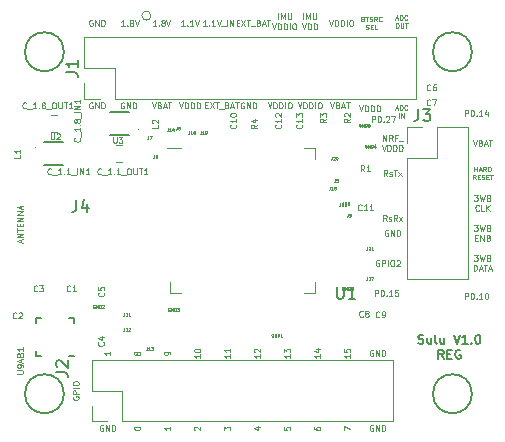
<source format=gto>
G04 #@! TF.GenerationSoftware,KiCad,Pcbnew,(5.1.6)-1*
G04 #@! TF.CreationDate,2021-09-11T05:23:29-07:00*
G04 #@! TF.ProjectId,scum3c-devboard,7363756d-3363-42d6-9465-76626f617264,rev?*
G04 #@! TF.SameCoordinates,Original*
G04 #@! TF.FileFunction,Legend,Top*
G04 #@! TF.FilePolarity,Positive*
%FSLAX46Y46*%
G04 Gerber Fmt 4.6, Leading zero omitted, Abs format (unit mm)*
G04 Created by KiCad (PCBNEW (5.1.6)-1) date 2021-09-11 05:23:29*
%MOMM*%
%LPD*%
G01*
G04 APERTURE LIST*
%ADD10C,0.100000*%
%ADD11C,0.080000*%
%ADD12C,0.150000*%
%ADD13C,0.127000*%
%ADD14C,0.120000*%
%ADD15C,0.101600*%
%ADD16C,0.015000*%
%ADD17C,0.050800*%
%ADD18C,0.125000*%
G04 APERTURE END LIST*
D10*
X93488000Y-52169190D02*
X93202285Y-52169190D01*
X93345142Y-52169190D02*
X93345142Y-51669190D01*
X93297523Y-51740619D01*
X93249904Y-51788238D01*
X93202285Y-51812047D01*
X93702285Y-52121571D02*
X93726095Y-52145380D01*
X93702285Y-52169190D01*
X93678476Y-52145380D01*
X93702285Y-52121571D01*
X93702285Y-52169190D01*
X94202285Y-52169190D02*
X93916571Y-52169190D01*
X94059428Y-52169190D02*
X94059428Y-51669190D01*
X94011809Y-51740619D01*
X93964190Y-51788238D01*
X93916571Y-51812047D01*
X94345142Y-51669190D02*
X94511809Y-52169190D01*
X94678476Y-51669190D01*
X94726095Y-52216809D02*
X95107047Y-52216809D01*
X95226095Y-52169190D02*
X95226095Y-51669190D01*
X95464190Y-52169190D02*
X95464190Y-51669190D01*
X95749904Y-52169190D01*
X95749904Y-51669190D01*
X93361047Y-58892285D02*
X93527714Y-58892285D01*
X93599142Y-59154190D02*
X93361047Y-59154190D01*
X93361047Y-58654190D01*
X93599142Y-58654190D01*
X93765809Y-58654190D02*
X94099142Y-59154190D01*
X94099142Y-58654190D02*
X93765809Y-59154190D01*
X94218190Y-58654190D02*
X94503904Y-58654190D01*
X94361047Y-59154190D02*
X94361047Y-58654190D01*
X94551523Y-59201809D02*
X94932476Y-59201809D01*
X95218190Y-58892285D02*
X95289619Y-58916095D01*
X95313428Y-58939904D01*
X95337238Y-58987523D01*
X95337238Y-59058952D01*
X95313428Y-59106571D01*
X95289619Y-59130380D01*
X95242000Y-59154190D01*
X95051523Y-59154190D01*
X95051523Y-58654190D01*
X95218190Y-58654190D01*
X95265809Y-58678000D01*
X95289619Y-58701809D01*
X95313428Y-58749428D01*
X95313428Y-58797047D01*
X95289619Y-58844666D01*
X95265809Y-58868476D01*
X95218190Y-58892285D01*
X95051523Y-58892285D01*
X95527714Y-59011333D02*
X95765809Y-59011333D01*
X95480095Y-59154190D02*
X95646761Y-58654190D01*
X95813428Y-59154190D01*
X95908666Y-58654190D02*
X96194380Y-58654190D01*
X96051523Y-59154190D02*
X96051523Y-58654190D01*
D11*
X109486761Y-59162666D02*
X109677238Y-59162666D01*
X109448666Y-59276952D02*
X109582000Y-58876952D01*
X109715333Y-59276952D01*
X109848666Y-59276952D02*
X109848666Y-58876952D01*
X109943904Y-58876952D01*
X110001047Y-58896000D01*
X110039142Y-58934095D01*
X110058190Y-58972190D01*
X110077238Y-59048380D01*
X110077238Y-59105523D01*
X110058190Y-59181714D01*
X110039142Y-59219809D01*
X110001047Y-59257904D01*
X109943904Y-59276952D01*
X109848666Y-59276952D01*
X110477238Y-59238857D02*
X110458190Y-59257904D01*
X110401047Y-59276952D01*
X110362952Y-59276952D01*
X110305809Y-59257904D01*
X110267714Y-59219809D01*
X110248666Y-59181714D01*
X110229619Y-59105523D01*
X110229619Y-59048380D01*
X110248666Y-58972190D01*
X110267714Y-58934095D01*
X110305809Y-58896000D01*
X110362952Y-58876952D01*
X110401047Y-58876952D01*
X110458190Y-58896000D01*
X110477238Y-58915047D01*
X109772476Y-59956952D02*
X109772476Y-59556952D01*
X109962952Y-59956952D02*
X109962952Y-59556952D01*
X110191523Y-59956952D01*
X110191523Y-59556952D01*
D10*
X96028047Y-51907285D02*
X96194714Y-51907285D01*
X96266142Y-52169190D02*
X96028047Y-52169190D01*
X96028047Y-51669190D01*
X96266142Y-51669190D01*
X96432809Y-51669190D02*
X96766142Y-52169190D01*
X96766142Y-51669190D02*
X96432809Y-52169190D01*
X96885190Y-51669190D02*
X97170904Y-51669190D01*
X97028047Y-52169190D02*
X97028047Y-51669190D01*
X97218523Y-52216809D02*
X97599476Y-52216809D01*
X97885190Y-51907285D02*
X97956619Y-51931095D01*
X97980428Y-51954904D01*
X98004238Y-52002523D01*
X98004238Y-52073952D01*
X97980428Y-52121571D01*
X97956619Y-52145380D01*
X97909000Y-52169190D01*
X97718523Y-52169190D01*
X97718523Y-51669190D01*
X97885190Y-51669190D01*
X97932809Y-51693000D01*
X97956619Y-51716809D01*
X97980428Y-51764428D01*
X97980428Y-51812047D01*
X97956619Y-51859666D01*
X97932809Y-51883476D01*
X97885190Y-51907285D01*
X97718523Y-51907285D01*
X98194714Y-52026333D02*
X98432809Y-52026333D01*
X98147095Y-52169190D02*
X98313761Y-51669190D01*
X98480428Y-52169190D01*
X98575666Y-51669190D02*
X98861380Y-51669190D01*
X98718523Y-52169190D02*
X98718523Y-51669190D01*
X106398333Y-58908190D02*
X106565000Y-59408190D01*
X106731666Y-58908190D01*
X106898333Y-59408190D02*
X106898333Y-58908190D01*
X107017380Y-58908190D01*
X107088809Y-58932000D01*
X107136428Y-58979619D01*
X107160238Y-59027238D01*
X107184047Y-59122476D01*
X107184047Y-59193904D01*
X107160238Y-59289142D01*
X107136428Y-59336761D01*
X107088809Y-59384380D01*
X107017380Y-59408190D01*
X106898333Y-59408190D01*
X107398333Y-59408190D02*
X107398333Y-58908190D01*
X107517380Y-58908190D01*
X107588809Y-58932000D01*
X107636428Y-58979619D01*
X107660238Y-59027238D01*
X107684047Y-59122476D01*
X107684047Y-59193904D01*
X107660238Y-59289142D01*
X107636428Y-59336761D01*
X107588809Y-59384380D01*
X107517380Y-59408190D01*
X107398333Y-59408190D01*
X107898333Y-59408190D02*
X107898333Y-58908190D01*
X108017380Y-58908190D01*
X108088809Y-58932000D01*
X108136428Y-58979619D01*
X108160238Y-59027238D01*
X108184047Y-59122476D01*
X108184047Y-59193904D01*
X108160238Y-59289142D01*
X108136428Y-59336761D01*
X108088809Y-59384380D01*
X108017380Y-59408190D01*
X107898333Y-59408190D01*
X96647047Y-58678000D02*
X96599428Y-58654190D01*
X96528000Y-58654190D01*
X96456571Y-58678000D01*
X96408952Y-58725619D01*
X96385142Y-58773238D01*
X96361333Y-58868476D01*
X96361333Y-58939904D01*
X96385142Y-59035142D01*
X96408952Y-59082761D01*
X96456571Y-59130380D01*
X96528000Y-59154190D01*
X96575619Y-59154190D01*
X96647047Y-59130380D01*
X96670857Y-59106571D01*
X96670857Y-58939904D01*
X96575619Y-58939904D01*
X96885142Y-59154190D02*
X96885142Y-58654190D01*
X97170857Y-59154190D01*
X97170857Y-58654190D01*
X97408952Y-59154190D02*
X97408952Y-58654190D01*
X97528000Y-58654190D01*
X97599428Y-58678000D01*
X97647047Y-58725619D01*
X97670857Y-58773238D01*
X97694666Y-58868476D01*
X97694666Y-58939904D01*
X97670857Y-59035142D01*
X97647047Y-59082761D01*
X97599428Y-59130380D01*
X97528000Y-59154190D01*
X97408952Y-59154190D01*
X86487047Y-58678000D02*
X86439428Y-58654190D01*
X86368000Y-58654190D01*
X86296571Y-58678000D01*
X86248952Y-58725619D01*
X86225142Y-58773238D01*
X86201333Y-58868476D01*
X86201333Y-58939904D01*
X86225142Y-59035142D01*
X86248952Y-59082761D01*
X86296571Y-59130380D01*
X86368000Y-59154190D01*
X86415619Y-59154190D01*
X86487047Y-59130380D01*
X86510857Y-59106571D01*
X86510857Y-58939904D01*
X86415619Y-58939904D01*
X86725142Y-59154190D02*
X86725142Y-58654190D01*
X87010857Y-59154190D01*
X87010857Y-58654190D01*
X87248952Y-59154190D02*
X87248952Y-58654190D01*
X87368000Y-58654190D01*
X87439428Y-58678000D01*
X87487047Y-58725619D01*
X87510857Y-58773238D01*
X87534666Y-58868476D01*
X87534666Y-58939904D01*
X87510857Y-59035142D01*
X87487047Y-59082761D01*
X87439428Y-59130380D01*
X87368000Y-59154190D01*
X87248952Y-59154190D01*
X103953571Y-58654190D02*
X104120238Y-59154190D01*
X104286904Y-58654190D01*
X104620238Y-58892285D02*
X104691666Y-58916095D01*
X104715476Y-58939904D01*
X104739285Y-58987523D01*
X104739285Y-59058952D01*
X104715476Y-59106571D01*
X104691666Y-59130380D01*
X104644047Y-59154190D01*
X104453571Y-59154190D01*
X104453571Y-58654190D01*
X104620238Y-58654190D01*
X104667857Y-58678000D01*
X104691666Y-58701809D01*
X104715476Y-58749428D01*
X104715476Y-58797047D01*
X104691666Y-58844666D01*
X104667857Y-58868476D01*
X104620238Y-58892285D01*
X104453571Y-58892285D01*
X104929761Y-59011333D02*
X105167857Y-59011333D01*
X104882142Y-59154190D02*
X105048809Y-58654190D01*
X105215476Y-59154190D01*
X105310714Y-58654190D02*
X105596428Y-58654190D01*
X105453571Y-59154190D02*
X105453571Y-58654190D01*
X89233428Y-52169190D02*
X88947714Y-52169190D01*
X89090571Y-52169190D02*
X89090571Y-51669190D01*
X89042952Y-51740619D01*
X88995333Y-51788238D01*
X88947714Y-51812047D01*
X89447714Y-52121571D02*
X89471523Y-52145380D01*
X89447714Y-52169190D01*
X89423904Y-52145380D01*
X89447714Y-52121571D01*
X89447714Y-52169190D01*
X89757238Y-51883476D02*
X89709619Y-51859666D01*
X89685809Y-51835857D01*
X89662000Y-51788238D01*
X89662000Y-51764428D01*
X89685809Y-51716809D01*
X89709619Y-51693000D01*
X89757238Y-51669190D01*
X89852476Y-51669190D01*
X89900095Y-51693000D01*
X89923904Y-51716809D01*
X89947714Y-51764428D01*
X89947714Y-51788238D01*
X89923904Y-51835857D01*
X89900095Y-51859666D01*
X89852476Y-51883476D01*
X89757238Y-51883476D01*
X89709619Y-51907285D01*
X89685809Y-51931095D01*
X89662000Y-51978714D01*
X89662000Y-52073952D01*
X89685809Y-52121571D01*
X89709619Y-52145380D01*
X89757238Y-52169190D01*
X89852476Y-52169190D01*
X89900095Y-52145380D01*
X89923904Y-52121571D01*
X89947714Y-52073952D01*
X89947714Y-51978714D01*
X89923904Y-51931095D01*
X89900095Y-51907285D01*
X89852476Y-51883476D01*
X90090571Y-51669190D02*
X90257238Y-52169190D01*
X90423904Y-51669190D01*
X86566428Y-52169190D02*
X86280714Y-52169190D01*
X86423571Y-52169190D02*
X86423571Y-51669190D01*
X86375952Y-51740619D01*
X86328333Y-51788238D01*
X86280714Y-51812047D01*
X86780714Y-52121571D02*
X86804523Y-52145380D01*
X86780714Y-52169190D01*
X86756904Y-52145380D01*
X86780714Y-52121571D01*
X86780714Y-52169190D01*
X87090238Y-51883476D02*
X87042619Y-51859666D01*
X87018809Y-51835857D01*
X86995000Y-51788238D01*
X86995000Y-51764428D01*
X87018809Y-51716809D01*
X87042619Y-51693000D01*
X87090238Y-51669190D01*
X87185476Y-51669190D01*
X87233095Y-51693000D01*
X87256904Y-51716809D01*
X87280714Y-51764428D01*
X87280714Y-51788238D01*
X87256904Y-51835857D01*
X87233095Y-51859666D01*
X87185476Y-51883476D01*
X87090238Y-51883476D01*
X87042619Y-51907285D01*
X87018809Y-51931095D01*
X86995000Y-51978714D01*
X86995000Y-52073952D01*
X87018809Y-52121571D01*
X87042619Y-52145380D01*
X87090238Y-52169190D01*
X87185476Y-52169190D01*
X87233095Y-52145380D01*
X87256904Y-52121571D01*
X87280714Y-52073952D01*
X87280714Y-51978714D01*
X87256904Y-51931095D01*
X87233095Y-51907285D01*
X87185476Y-51883476D01*
X87423571Y-51669190D02*
X87590238Y-52169190D01*
X87756904Y-51669190D01*
X91646428Y-52169190D02*
X91360714Y-52169190D01*
X91503571Y-52169190D02*
X91503571Y-51669190D01*
X91455952Y-51740619D01*
X91408333Y-51788238D01*
X91360714Y-51812047D01*
X91860714Y-52121571D02*
X91884523Y-52145380D01*
X91860714Y-52169190D01*
X91836904Y-52145380D01*
X91860714Y-52121571D01*
X91860714Y-52169190D01*
X92360714Y-52169190D02*
X92075000Y-52169190D01*
X92217857Y-52169190D02*
X92217857Y-51669190D01*
X92170238Y-51740619D01*
X92122619Y-51788238D01*
X92075000Y-51812047D01*
X92503571Y-51669190D02*
X92670238Y-52169190D01*
X92836904Y-51669190D01*
X107747714Y-75029190D02*
X107747714Y-74529190D01*
X107938190Y-74529190D01*
X107985809Y-74553000D01*
X108009619Y-74576809D01*
X108033428Y-74624428D01*
X108033428Y-74695857D01*
X108009619Y-74743476D01*
X107985809Y-74767285D01*
X107938190Y-74791095D01*
X107747714Y-74791095D01*
X108342952Y-74529190D02*
X108390571Y-74529190D01*
X108438190Y-74553000D01*
X108462000Y-74576809D01*
X108485809Y-74624428D01*
X108509619Y-74719666D01*
X108509619Y-74838714D01*
X108485809Y-74933952D01*
X108462000Y-74981571D01*
X108438190Y-75005380D01*
X108390571Y-75029190D01*
X108342952Y-75029190D01*
X108295333Y-75005380D01*
X108271523Y-74981571D01*
X108247714Y-74933952D01*
X108223904Y-74838714D01*
X108223904Y-74719666D01*
X108247714Y-74624428D01*
X108271523Y-74576809D01*
X108295333Y-74553000D01*
X108342952Y-74529190D01*
X108723904Y-74981571D02*
X108747714Y-75005380D01*
X108723904Y-75029190D01*
X108700095Y-75005380D01*
X108723904Y-74981571D01*
X108723904Y-75029190D01*
X109223904Y-75029190D02*
X108938190Y-75029190D01*
X109081047Y-75029190D02*
X109081047Y-74529190D01*
X109033428Y-74600619D01*
X108985809Y-74648238D01*
X108938190Y-74672047D01*
X109676285Y-74529190D02*
X109438190Y-74529190D01*
X109414380Y-74767285D01*
X109438190Y-74743476D01*
X109485809Y-74719666D01*
X109604857Y-74719666D01*
X109652476Y-74743476D01*
X109676285Y-74767285D01*
X109700095Y-74814904D01*
X109700095Y-74933952D01*
X109676285Y-74981571D01*
X109652476Y-75005380D01*
X109604857Y-75029190D01*
X109485809Y-75029190D01*
X109438190Y-75005380D01*
X109414380Y-74981571D01*
X115367714Y-75283190D02*
X115367714Y-74783190D01*
X115558190Y-74783190D01*
X115605809Y-74807000D01*
X115629619Y-74830809D01*
X115653428Y-74878428D01*
X115653428Y-74949857D01*
X115629619Y-74997476D01*
X115605809Y-75021285D01*
X115558190Y-75045095D01*
X115367714Y-75045095D01*
X115962952Y-74783190D02*
X116010571Y-74783190D01*
X116058190Y-74807000D01*
X116082000Y-74830809D01*
X116105809Y-74878428D01*
X116129619Y-74973666D01*
X116129619Y-75092714D01*
X116105809Y-75187952D01*
X116082000Y-75235571D01*
X116058190Y-75259380D01*
X116010571Y-75283190D01*
X115962952Y-75283190D01*
X115915333Y-75259380D01*
X115891523Y-75235571D01*
X115867714Y-75187952D01*
X115843904Y-75092714D01*
X115843904Y-74973666D01*
X115867714Y-74878428D01*
X115891523Y-74830809D01*
X115915333Y-74807000D01*
X115962952Y-74783190D01*
X116343904Y-75235571D02*
X116367714Y-75259380D01*
X116343904Y-75283190D01*
X116320095Y-75259380D01*
X116343904Y-75235571D01*
X116343904Y-75283190D01*
X116843904Y-75283190D02*
X116558190Y-75283190D01*
X116701047Y-75283190D02*
X116701047Y-74783190D01*
X116653428Y-74854619D01*
X116605809Y-74902238D01*
X116558190Y-74926047D01*
X117153428Y-74783190D02*
X117201047Y-74783190D01*
X117248666Y-74807000D01*
X117272476Y-74830809D01*
X117296285Y-74878428D01*
X117320095Y-74973666D01*
X117320095Y-75092714D01*
X117296285Y-75187952D01*
X117272476Y-75235571D01*
X117248666Y-75259380D01*
X117201047Y-75283190D01*
X117153428Y-75283190D01*
X117105809Y-75259380D01*
X117082000Y-75235571D01*
X117058190Y-75187952D01*
X117034380Y-75092714D01*
X117034380Y-74973666D01*
X117058190Y-74878428D01*
X117082000Y-74830809D01*
X117105809Y-74807000D01*
X117153428Y-74783190D01*
X115367714Y-59789190D02*
X115367714Y-59289190D01*
X115558190Y-59289190D01*
X115605809Y-59313000D01*
X115629619Y-59336809D01*
X115653428Y-59384428D01*
X115653428Y-59455857D01*
X115629619Y-59503476D01*
X115605809Y-59527285D01*
X115558190Y-59551095D01*
X115367714Y-59551095D01*
X115962952Y-59289190D02*
X116010571Y-59289190D01*
X116058190Y-59313000D01*
X116082000Y-59336809D01*
X116105809Y-59384428D01*
X116129619Y-59479666D01*
X116129619Y-59598714D01*
X116105809Y-59693952D01*
X116082000Y-59741571D01*
X116058190Y-59765380D01*
X116010571Y-59789190D01*
X115962952Y-59789190D01*
X115915333Y-59765380D01*
X115891523Y-59741571D01*
X115867714Y-59693952D01*
X115843904Y-59598714D01*
X115843904Y-59479666D01*
X115867714Y-59384428D01*
X115891523Y-59336809D01*
X115915333Y-59313000D01*
X115962952Y-59289190D01*
X116343904Y-59741571D02*
X116367714Y-59765380D01*
X116343904Y-59789190D01*
X116320095Y-59765380D01*
X116343904Y-59741571D01*
X116343904Y-59789190D01*
X116843904Y-59789190D02*
X116558190Y-59789190D01*
X116701047Y-59789190D02*
X116701047Y-59289190D01*
X116653428Y-59360619D01*
X116605809Y-59408238D01*
X116558190Y-59432047D01*
X117272476Y-59455857D02*
X117272476Y-59789190D01*
X117153428Y-59265380D02*
X117034380Y-59622523D01*
X117343904Y-59622523D01*
X107493714Y-60297190D02*
X107493714Y-59797190D01*
X107684190Y-59797190D01*
X107731809Y-59821000D01*
X107755619Y-59844809D01*
X107779428Y-59892428D01*
X107779428Y-59963857D01*
X107755619Y-60011476D01*
X107731809Y-60035285D01*
X107684190Y-60059095D01*
X107493714Y-60059095D01*
X108088952Y-59797190D02*
X108136571Y-59797190D01*
X108184190Y-59821000D01*
X108208000Y-59844809D01*
X108231809Y-59892428D01*
X108255619Y-59987666D01*
X108255619Y-60106714D01*
X108231809Y-60201952D01*
X108208000Y-60249571D01*
X108184190Y-60273380D01*
X108136571Y-60297190D01*
X108088952Y-60297190D01*
X108041333Y-60273380D01*
X108017523Y-60249571D01*
X107993714Y-60201952D01*
X107969904Y-60106714D01*
X107969904Y-59987666D01*
X107993714Y-59892428D01*
X108017523Y-59844809D01*
X108041333Y-59821000D01*
X108088952Y-59797190D01*
X108469904Y-60249571D02*
X108493714Y-60273380D01*
X108469904Y-60297190D01*
X108446095Y-60273380D01*
X108469904Y-60249571D01*
X108469904Y-60297190D01*
X108684190Y-59844809D02*
X108708000Y-59821000D01*
X108755619Y-59797190D01*
X108874666Y-59797190D01*
X108922285Y-59821000D01*
X108946095Y-59844809D01*
X108969904Y-59892428D01*
X108969904Y-59940047D01*
X108946095Y-60011476D01*
X108660380Y-60297190D01*
X108969904Y-60297190D01*
X109136571Y-59797190D02*
X109469904Y-59797190D01*
X109255619Y-60297190D01*
X108100904Y-72013000D02*
X108053285Y-71989190D01*
X107981857Y-71989190D01*
X107910428Y-72013000D01*
X107862809Y-72060619D01*
X107839000Y-72108238D01*
X107815190Y-72203476D01*
X107815190Y-72274904D01*
X107839000Y-72370142D01*
X107862809Y-72417761D01*
X107910428Y-72465380D01*
X107981857Y-72489190D01*
X108029476Y-72489190D01*
X108100904Y-72465380D01*
X108124714Y-72441571D01*
X108124714Y-72274904D01*
X108029476Y-72274904D01*
X108339000Y-72489190D02*
X108339000Y-71989190D01*
X108529476Y-71989190D01*
X108577095Y-72013000D01*
X108600904Y-72036809D01*
X108624714Y-72084428D01*
X108624714Y-72155857D01*
X108600904Y-72203476D01*
X108577095Y-72227285D01*
X108529476Y-72251095D01*
X108339000Y-72251095D01*
X108839000Y-72489190D02*
X108839000Y-71989190D01*
X109172333Y-71989190D02*
X109267571Y-71989190D01*
X109315190Y-72013000D01*
X109362809Y-72060619D01*
X109386619Y-72155857D01*
X109386619Y-72322523D01*
X109362809Y-72417761D01*
X109315190Y-72465380D01*
X109267571Y-72489190D01*
X109172333Y-72489190D01*
X109124714Y-72465380D01*
X109077095Y-72417761D01*
X109053285Y-72322523D01*
X109053285Y-72155857D01*
X109077095Y-72060619D01*
X109124714Y-72013000D01*
X109172333Y-71989190D01*
X109577095Y-72036809D02*
X109600904Y-72013000D01*
X109648523Y-71989190D01*
X109767571Y-71989190D01*
X109815190Y-72013000D01*
X109839000Y-72036809D01*
X109862809Y-72084428D01*
X109862809Y-72132047D01*
X109839000Y-72203476D01*
X109553285Y-72489190D01*
X109862809Y-72489190D01*
X83820047Y-58678000D02*
X83772428Y-58654190D01*
X83701000Y-58654190D01*
X83629571Y-58678000D01*
X83581952Y-58725619D01*
X83558142Y-58773238D01*
X83534333Y-58868476D01*
X83534333Y-58939904D01*
X83558142Y-59035142D01*
X83581952Y-59082761D01*
X83629571Y-59130380D01*
X83701000Y-59154190D01*
X83748619Y-59154190D01*
X83820047Y-59130380D01*
X83843857Y-59106571D01*
X83843857Y-58939904D01*
X83748619Y-58939904D01*
X84058142Y-59154190D02*
X84058142Y-58654190D01*
X84343857Y-59154190D01*
X84343857Y-58654190D01*
X84581952Y-59154190D02*
X84581952Y-58654190D01*
X84701000Y-58654190D01*
X84772428Y-58678000D01*
X84820047Y-58725619D01*
X84843857Y-58773238D01*
X84867666Y-58868476D01*
X84867666Y-58939904D01*
X84843857Y-59035142D01*
X84820047Y-59082761D01*
X84772428Y-59130380D01*
X84701000Y-59154190D01*
X84581952Y-59154190D01*
X77807333Y-70496714D02*
X77807333Y-70258619D01*
X77950190Y-70544333D02*
X77450190Y-70377666D01*
X77950190Y-70211000D01*
X77950190Y-70044333D02*
X77450190Y-70044333D01*
X77950190Y-69758619D01*
X77450190Y-69758619D01*
X77450190Y-69591952D02*
X77450190Y-69306238D01*
X77950190Y-69449095D02*
X77450190Y-69449095D01*
X77688285Y-69139571D02*
X77688285Y-68972904D01*
X77950190Y-68901476D02*
X77950190Y-69139571D01*
X77450190Y-69139571D01*
X77450190Y-68901476D01*
X77950190Y-68687190D02*
X77450190Y-68687190D01*
X77950190Y-68401476D01*
X77450190Y-68401476D01*
X77950190Y-68163380D02*
X77450190Y-68163380D01*
X77950190Y-67877666D01*
X77450190Y-67877666D01*
X77807333Y-67663380D02*
X77807333Y-67425285D01*
X77950190Y-67711000D02*
X77450190Y-67544333D01*
X77950190Y-67377666D01*
X84709047Y-85983000D02*
X84661428Y-85959190D01*
X84590000Y-85959190D01*
X84518571Y-85983000D01*
X84470952Y-86030619D01*
X84447142Y-86078238D01*
X84423333Y-86173476D01*
X84423333Y-86244904D01*
X84447142Y-86340142D01*
X84470952Y-86387761D01*
X84518571Y-86435380D01*
X84590000Y-86459190D01*
X84637619Y-86459190D01*
X84709047Y-86435380D01*
X84732857Y-86411571D01*
X84732857Y-86244904D01*
X84637619Y-86244904D01*
X84947142Y-86459190D02*
X84947142Y-85959190D01*
X85232857Y-86459190D01*
X85232857Y-85959190D01*
X85470952Y-86459190D02*
X85470952Y-85959190D01*
X85590000Y-85959190D01*
X85661428Y-85983000D01*
X85709047Y-86030619D01*
X85732857Y-86078238D01*
X85756666Y-86173476D01*
X85756666Y-86244904D01*
X85732857Y-86340142D01*
X85709047Y-86387761D01*
X85661428Y-86435380D01*
X85590000Y-86459190D01*
X85470952Y-86459190D01*
X85316190Y-79740142D02*
X85316190Y-80025857D01*
X85316190Y-79883000D02*
X84816190Y-79883000D01*
X84887619Y-79930619D01*
X84935238Y-79978238D01*
X84959047Y-80025857D01*
D12*
X81407000Y-54356000D02*
G75*
G03*
X81407000Y-54356000I-1651000J0D01*
G01*
X81407000Y-83312000D02*
G75*
G03*
X81407000Y-83312000I-1651000J0D01*
G01*
X115951000Y-83312000D02*
G75*
G03*
X115951000Y-83312000I-1651000J0D01*
G01*
X115951000Y-54356000D02*
G75*
G03*
X115951000Y-54356000I-1651000J0D01*
G01*
D10*
X107569047Y-85983000D02*
X107521428Y-85959190D01*
X107450000Y-85959190D01*
X107378571Y-85983000D01*
X107330952Y-86030619D01*
X107307142Y-86078238D01*
X107283333Y-86173476D01*
X107283333Y-86244904D01*
X107307142Y-86340142D01*
X107330952Y-86387761D01*
X107378571Y-86435380D01*
X107450000Y-86459190D01*
X107497619Y-86459190D01*
X107569047Y-86435380D01*
X107592857Y-86411571D01*
X107592857Y-86244904D01*
X107497619Y-86244904D01*
X107807142Y-86459190D02*
X107807142Y-85959190D01*
X108092857Y-86459190D01*
X108092857Y-85959190D01*
X108330952Y-86459190D02*
X108330952Y-85959190D01*
X108450000Y-85959190D01*
X108521428Y-85983000D01*
X108569047Y-86030619D01*
X108592857Y-86078238D01*
X108616666Y-86173476D01*
X108616666Y-86244904D01*
X108592857Y-86340142D01*
X108569047Y-86387761D01*
X108521428Y-86435380D01*
X108450000Y-86459190D01*
X108330952Y-86459190D01*
X107569047Y-79633000D02*
X107521428Y-79609190D01*
X107450000Y-79609190D01*
X107378571Y-79633000D01*
X107330952Y-79680619D01*
X107307142Y-79728238D01*
X107283333Y-79823476D01*
X107283333Y-79894904D01*
X107307142Y-79990142D01*
X107330952Y-80037761D01*
X107378571Y-80085380D01*
X107450000Y-80109190D01*
X107497619Y-80109190D01*
X107569047Y-80085380D01*
X107592857Y-80061571D01*
X107592857Y-79894904D01*
X107497619Y-79894904D01*
X107807142Y-80109190D02*
X107807142Y-79609190D01*
X108092857Y-80109190D01*
X108092857Y-79609190D01*
X108330952Y-80109190D02*
X108330952Y-79609190D01*
X108450000Y-79609190D01*
X108521428Y-79633000D01*
X108569047Y-79680619D01*
X108592857Y-79728238D01*
X108616666Y-79823476D01*
X108616666Y-79894904D01*
X108592857Y-79990142D01*
X108569047Y-80037761D01*
X108521428Y-80085380D01*
X108450000Y-80109190D01*
X108330952Y-80109190D01*
D11*
X116154285Y-64483952D02*
X116154285Y-64083952D01*
X116154285Y-64274428D02*
X116382857Y-64274428D01*
X116382857Y-64483952D02*
X116382857Y-64083952D01*
X116554285Y-64369666D02*
X116744761Y-64369666D01*
X116516190Y-64483952D02*
X116649523Y-64083952D01*
X116782857Y-64483952D01*
X117144761Y-64483952D02*
X117011428Y-64293476D01*
X116916190Y-64483952D02*
X116916190Y-64083952D01*
X117068571Y-64083952D01*
X117106666Y-64103000D01*
X117125714Y-64122047D01*
X117144761Y-64160142D01*
X117144761Y-64217285D01*
X117125714Y-64255380D01*
X117106666Y-64274428D01*
X117068571Y-64293476D01*
X116916190Y-64293476D01*
X117316190Y-64483952D02*
X117316190Y-64083952D01*
X117411428Y-64083952D01*
X117468571Y-64103000D01*
X117506666Y-64141095D01*
X117525714Y-64179190D01*
X117544761Y-64255380D01*
X117544761Y-64312523D01*
X117525714Y-64388714D01*
X117506666Y-64426809D01*
X117468571Y-64464904D01*
X117411428Y-64483952D01*
X117316190Y-64483952D01*
X116259047Y-65163952D02*
X116125714Y-64973476D01*
X116030476Y-65163952D02*
X116030476Y-64763952D01*
X116182857Y-64763952D01*
X116220952Y-64783000D01*
X116240000Y-64802047D01*
X116259047Y-64840142D01*
X116259047Y-64897285D01*
X116240000Y-64935380D01*
X116220952Y-64954428D01*
X116182857Y-64973476D01*
X116030476Y-64973476D01*
X116430476Y-64954428D02*
X116563809Y-64954428D01*
X116620952Y-65163952D02*
X116430476Y-65163952D01*
X116430476Y-64763952D01*
X116620952Y-64763952D01*
X116773333Y-65144904D02*
X116830476Y-65163952D01*
X116925714Y-65163952D01*
X116963809Y-65144904D01*
X116982857Y-65125857D01*
X117001904Y-65087761D01*
X117001904Y-65049666D01*
X116982857Y-65011571D01*
X116963809Y-64992523D01*
X116925714Y-64973476D01*
X116849523Y-64954428D01*
X116811428Y-64935380D01*
X116792380Y-64916333D01*
X116773333Y-64878238D01*
X116773333Y-64840142D01*
X116792380Y-64802047D01*
X116811428Y-64783000D01*
X116849523Y-64763952D01*
X116944761Y-64763952D01*
X117001904Y-64783000D01*
X117173333Y-64954428D02*
X117306666Y-64954428D01*
X117363809Y-65163952D02*
X117173333Y-65163952D01*
X117173333Y-64763952D01*
X117363809Y-64763952D01*
X117478095Y-64763952D02*
X117706666Y-64763952D01*
X117592380Y-65163952D02*
X117592380Y-64763952D01*
D10*
X99528380Y-51617190D02*
X99528380Y-51117190D01*
X99766476Y-51617190D02*
X99766476Y-51117190D01*
X99933142Y-51474333D01*
X100099809Y-51117190D01*
X100099809Y-51617190D01*
X100337904Y-51117190D02*
X100337904Y-51521952D01*
X100361714Y-51569571D01*
X100385523Y-51593380D01*
X100433142Y-51617190D01*
X100528380Y-51617190D01*
X100576000Y-51593380D01*
X100599809Y-51569571D01*
X100623619Y-51521952D01*
X100623619Y-51117190D01*
X99028380Y-51967190D02*
X99195047Y-52467190D01*
X99361714Y-51967190D01*
X99528380Y-52467190D02*
X99528380Y-51967190D01*
X99647428Y-51967190D01*
X99718857Y-51991000D01*
X99766476Y-52038619D01*
X99790285Y-52086238D01*
X99814095Y-52181476D01*
X99814095Y-52252904D01*
X99790285Y-52348142D01*
X99766476Y-52395761D01*
X99718857Y-52443380D01*
X99647428Y-52467190D01*
X99528380Y-52467190D01*
X100028380Y-52467190D02*
X100028380Y-51967190D01*
X100147428Y-51967190D01*
X100218857Y-51991000D01*
X100266476Y-52038619D01*
X100290285Y-52086238D01*
X100314095Y-52181476D01*
X100314095Y-52252904D01*
X100290285Y-52348142D01*
X100266476Y-52395761D01*
X100218857Y-52443380D01*
X100147428Y-52467190D01*
X100028380Y-52467190D01*
X100528380Y-52467190D02*
X100528380Y-51967190D01*
X100861714Y-51967190D02*
X100956952Y-51967190D01*
X101004571Y-51991000D01*
X101052190Y-52038619D01*
X101076000Y-52133857D01*
X101076000Y-52300523D01*
X101052190Y-52395761D01*
X101004571Y-52443380D01*
X100956952Y-52467190D01*
X100861714Y-52467190D01*
X100814095Y-52443380D01*
X100766476Y-52395761D01*
X100742666Y-52300523D01*
X100742666Y-52133857D01*
X100766476Y-52038619D01*
X100814095Y-51991000D01*
X100861714Y-51967190D01*
X101187380Y-58654190D02*
X101354047Y-59154190D01*
X101520714Y-58654190D01*
X101687380Y-59154190D02*
X101687380Y-58654190D01*
X101806428Y-58654190D01*
X101877857Y-58678000D01*
X101925476Y-58725619D01*
X101949285Y-58773238D01*
X101973095Y-58868476D01*
X101973095Y-58939904D01*
X101949285Y-59035142D01*
X101925476Y-59082761D01*
X101877857Y-59130380D01*
X101806428Y-59154190D01*
X101687380Y-59154190D01*
X102187380Y-59154190D02*
X102187380Y-58654190D01*
X102306428Y-58654190D01*
X102377857Y-58678000D01*
X102425476Y-58725619D01*
X102449285Y-58773238D01*
X102473095Y-58868476D01*
X102473095Y-58939904D01*
X102449285Y-59035142D01*
X102425476Y-59082761D01*
X102377857Y-59130380D01*
X102306428Y-59154190D01*
X102187380Y-59154190D01*
X102687380Y-59154190D02*
X102687380Y-58654190D01*
X103020714Y-58654190D02*
X103115952Y-58654190D01*
X103163571Y-58678000D01*
X103211190Y-58725619D01*
X103235000Y-58820857D01*
X103235000Y-58987523D01*
X103211190Y-59082761D01*
X103163571Y-59130380D01*
X103115952Y-59154190D01*
X103020714Y-59154190D01*
X102973095Y-59130380D01*
X102925476Y-59082761D01*
X102901666Y-58987523D01*
X102901666Y-58820857D01*
X102925476Y-58725619D01*
X102973095Y-58678000D01*
X103020714Y-58654190D01*
X103854380Y-51669190D02*
X104021047Y-52169190D01*
X104187714Y-51669190D01*
X104354380Y-52169190D02*
X104354380Y-51669190D01*
X104473428Y-51669190D01*
X104544857Y-51693000D01*
X104592476Y-51740619D01*
X104616285Y-51788238D01*
X104640095Y-51883476D01*
X104640095Y-51954904D01*
X104616285Y-52050142D01*
X104592476Y-52097761D01*
X104544857Y-52145380D01*
X104473428Y-52169190D01*
X104354380Y-52169190D01*
X104854380Y-52169190D02*
X104854380Y-51669190D01*
X104973428Y-51669190D01*
X105044857Y-51693000D01*
X105092476Y-51740619D01*
X105116285Y-51788238D01*
X105140095Y-51883476D01*
X105140095Y-51954904D01*
X105116285Y-52050142D01*
X105092476Y-52097761D01*
X105044857Y-52145380D01*
X104973428Y-52169190D01*
X104854380Y-52169190D01*
X105354380Y-52169190D02*
X105354380Y-51669190D01*
X105687714Y-51669190D02*
X105782952Y-51669190D01*
X105830571Y-51693000D01*
X105878190Y-51740619D01*
X105902000Y-51835857D01*
X105902000Y-52002523D01*
X105878190Y-52097761D01*
X105830571Y-52145380D01*
X105782952Y-52169190D01*
X105687714Y-52169190D01*
X105640095Y-52145380D01*
X105592476Y-52097761D01*
X105568666Y-52002523D01*
X105568666Y-51835857D01*
X105592476Y-51740619D01*
X105640095Y-51693000D01*
X105687714Y-51669190D01*
X108422380Y-61904190D02*
X108422380Y-61404190D01*
X108708095Y-61904190D01*
X108708095Y-61404190D01*
X109231904Y-61904190D02*
X109065238Y-61666095D01*
X108946190Y-61904190D02*
X108946190Y-61404190D01*
X109136666Y-61404190D01*
X109184285Y-61428000D01*
X109208095Y-61451809D01*
X109231904Y-61499428D01*
X109231904Y-61570857D01*
X109208095Y-61618476D01*
X109184285Y-61642285D01*
X109136666Y-61666095D01*
X108946190Y-61666095D01*
X109612857Y-61642285D02*
X109446190Y-61642285D01*
X109446190Y-61904190D02*
X109446190Y-61404190D01*
X109684285Y-61404190D01*
X109755714Y-61951809D02*
X110136666Y-61951809D01*
X108303333Y-62254190D02*
X108470000Y-62754190D01*
X108636666Y-62254190D01*
X108803333Y-62754190D02*
X108803333Y-62254190D01*
X108922380Y-62254190D01*
X108993809Y-62278000D01*
X109041428Y-62325619D01*
X109065238Y-62373238D01*
X109089047Y-62468476D01*
X109089047Y-62539904D01*
X109065238Y-62635142D01*
X109041428Y-62682761D01*
X108993809Y-62730380D01*
X108922380Y-62754190D01*
X108803333Y-62754190D01*
X109303333Y-62754190D02*
X109303333Y-62254190D01*
X109422380Y-62254190D01*
X109493809Y-62278000D01*
X109541428Y-62325619D01*
X109565238Y-62373238D01*
X109589047Y-62468476D01*
X109589047Y-62539904D01*
X109565238Y-62635142D01*
X109541428Y-62682761D01*
X109493809Y-62730380D01*
X109422380Y-62754190D01*
X109303333Y-62754190D01*
X109803333Y-62754190D02*
X109803333Y-62254190D01*
X109922380Y-62254190D01*
X109993809Y-62278000D01*
X110041428Y-62325619D01*
X110065238Y-62373238D01*
X110089047Y-62468476D01*
X110089047Y-62539904D01*
X110065238Y-62635142D01*
X110041428Y-62682761D01*
X109993809Y-62730380D01*
X109922380Y-62754190D01*
X109803333Y-62754190D01*
X95476190Y-79978238D02*
X95476190Y-80263952D01*
X95476190Y-80121095D02*
X94976190Y-80121095D01*
X95047619Y-80168714D01*
X95095238Y-80216333D01*
X95119047Y-80263952D01*
X95476190Y-79502047D02*
X95476190Y-79787761D01*
X95476190Y-79644904D02*
X94976190Y-79644904D01*
X95047619Y-79692523D01*
X95095238Y-79740142D01*
X95119047Y-79787761D01*
D11*
X106727714Y-51574428D02*
X106784857Y-51593476D01*
X106803904Y-51612523D01*
X106822952Y-51650619D01*
X106822952Y-51707761D01*
X106803904Y-51745857D01*
X106784857Y-51764904D01*
X106746761Y-51783952D01*
X106594380Y-51783952D01*
X106594380Y-51383952D01*
X106727714Y-51383952D01*
X106765809Y-51403000D01*
X106784857Y-51422047D01*
X106803904Y-51460142D01*
X106803904Y-51498238D01*
X106784857Y-51536333D01*
X106765809Y-51555380D01*
X106727714Y-51574428D01*
X106594380Y-51574428D01*
X106937238Y-51383952D02*
X107165809Y-51383952D01*
X107051523Y-51783952D02*
X107051523Y-51383952D01*
X107280095Y-51764904D02*
X107337238Y-51783952D01*
X107432476Y-51783952D01*
X107470571Y-51764904D01*
X107489619Y-51745857D01*
X107508666Y-51707761D01*
X107508666Y-51669666D01*
X107489619Y-51631571D01*
X107470571Y-51612523D01*
X107432476Y-51593476D01*
X107356285Y-51574428D01*
X107318190Y-51555380D01*
X107299142Y-51536333D01*
X107280095Y-51498238D01*
X107280095Y-51460142D01*
X107299142Y-51422047D01*
X107318190Y-51403000D01*
X107356285Y-51383952D01*
X107451523Y-51383952D01*
X107508666Y-51403000D01*
X107908666Y-51783952D02*
X107775333Y-51593476D01*
X107680095Y-51783952D02*
X107680095Y-51383952D01*
X107832476Y-51383952D01*
X107870571Y-51403000D01*
X107889619Y-51422047D01*
X107908666Y-51460142D01*
X107908666Y-51517285D01*
X107889619Y-51555380D01*
X107870571Y-51574428D01*
X107832476Y-51593476D01*
X107680095Y-51593476D01*
X108308666Y-51745857D02*
X108289619Y-51764904D01*
X108232476Y-51783952D01*
X108194380Y-51783952D01*
X108137238Y-51764904D01*
X108099142Y-51726809D01*
X108080095Y-51688714D01*
X108061047Y-51612523D01*
X108061047Y-51555380D01*
X108080095Y-51479190D01*
X108099142Y-51441095D01*
X108137238Y-51403000D01*
X108194380Y-51383952D01*
X108232476Y-51383952D01*
X108289619Y-51403000D01*
X108308666Y-51422047D01*
X106984857Y-52444904D02*
X107042000Y-52463952D01*
X107137238Y-52463952D01*
X107175333Y-52444904D01*
X107194380Y-52425857D01*
X107213428Y-52387761D01*
X107213428Y-52349666D01*
X107194380Y-52311571D01*
X107175333Y-52292523D01*
X107137238Y-52273476D01*
X107061047Y-52254428D01*
X107022952Y-52235380D01*
X107003904Y-52216333D01*
X106984857Y-52178238D01*
X106984857Y-52140142D01*
X107003904Y-52102047D01*
X107022952Y-52083000D01*
X107061047Y-52063952D01*
X107156285Y-52063952D01*
X107213428Y-52083000D01*
X107384857Y-52254428D02*
X107518190Y-52254428D01*
X107575333Y-52463952D02*
X107384857Y-52463952D01*
X107384857Y-52063952D01*
X107575333Y-52063952D01*
X107937238Y-52463952D02*
X107746761Y-52463952D01*
X107746761Y-52063952D01*
D10*
X82173000Y-83558000D02*
X82149190Y-83605619D01*
X82149190Y-83677047D01*
X82173000Y-83748476D01*
X82220619Y-83796095D01*
X82268238Y-83819904D01*
X82363476Y-83843714D01*
X82434904Y-83843714D01*
X82530142Y-83819904D01*
X82577761Y-83796095D01*
X82625380Y-83748476D01*
X82649190Y-83677047D01*
X82649190Y-83629428D01*
X82625380Y-83558000D01*
X82601571Y-83534190D01*
X82434904Y-83534190D01*
X82434904Y-83629428D01*
X82649190Y-83319904D02*
X82149190Y-83319904D01*
X82149190Y-83129428D01*
X82173000Y-83081809D01*
X82196809Y-83058000D01*
X82244428Y-83034190D01*
X82315857Y-83034190D01*
X82363476Y-83058000D01*
X82387285Y-83081809D01*
X82411095Y-83129428D01*
X82411095Y-83319904D01*
X82649190Y-82819904D02*
X82149190Y-82819904D01*
X82149190Y-82486571D02*
X82149190Y-82391333D01*
X82173000Y-82343714D01*
X82220619Y-82296095D01*
X82315857Y-82272285D01*
X82482523Y-82272285D01*
X82577761Y-82296095D01*
X82625380Y-82343714D01*
X82649190Y-82391333D01*
X82649190Y-82486571D01*
X82625380Y-82534190D01*
X82577761Y-82581809D01*
X82482523Y-82605619D01*
X82315857Y-82605619D01*
X82220619Y-82581809D01*
X82173000Y-82534190D01*
X82149190Y-82486571D01*
D13*
X111415285Y-79048428D02*
X111524142Y-79084714D01*
X111705571Y-79084714D01*
X111778142Y-79048428D01*
X111814428Y-79012142D01*
X111850714Y-78939571D01*
X111850714Y-78867000D01*
X111814428Y-78794428D01*
X111778142Y-78758142D01*
X111705571Y-78721857D01*
X111560428Y-78685571D01*
X111487857Y-78649285D01*
X111451571Y-78613000D01*
X111415285Y-78540428D01*
X111415285Y-78467857D01*
X111451571Y-78395285D01*
X111487857Y-78359000D01*
X111560428Y-78322714D01*
X111741857Y-78322714D01*
X111850714Y-78359000D01*
X112503857Y-78576714D02*
X112503857Y-79084714D01*
X112177285Y-78576714D02*
X112177285Y-78975857D01*
X112213571Y-79048428D01*
X112286142Y-79084714D01*
X112395000Y-79084714D01*
X112467571Y-79048428D01*
X112503857Y-79012142D01*
X112975571Y-79084714D02*
X112903000Y-79048428D01*
X112866714Y-78975857D01*
X112866714Y-78322714D01*
X113592428Y-78576714D02*
X113592428Y-79084714D01*
X113265857Y-78576714D02*
X113265857Y-78975857D01*
X113302142Y-79048428D01*
X113374714Y-79084714D01*
X113483571Y-79084714D01*
X113556142Y-79048428D01*
X113592428Y-79012142D01*
X114427000Y-78322714D02*
X114681000Y-79084714D01*
X114935000Y-78322714D01*
X115588142Y-79084714D02*
X115152714Y-79084714D01*
X115370428Y-79084714D02*
X115370428Y-78322714D01*
X115297857Y-78431571D01*
X115225285Y-78504142D01*
X115152714Y-78540428D01*
X115914714Y-79012142D02*
X115951000Y-79048428D01*
X115914714Y-79084714D01*
X115878428Y-79048428D01*
X115914714Y-79012142D01*
X115914714Y-79084714D01*
X116422714Y-78322714D02*
X116495285Y-78322714D01*
X116567857Y-78359000D01*
X116604142Y-78395285D01*
X116640428Y-78467857D01*
X116676714Y-78613000D01*
X116676714Y-78794428D01*
X116640428Y-78939571D01*
X116604142Y-79012142D01*
X116567857Y-79048428D01*
X116495285Y-79084714D01*
X116422714Y-79084714D01*
X116350142Y-79048428D01*
X116313857Y-79012142D01*
X116277571Y-78939571D01*
X116241285Y-78794428D01*
X116241285Y-78613000D01*
X116277571Y-78467857D01*
X116313857Y-78395285D01*
X116350142Y-78359000D01*
X116422714Y-78322714D01*
X113556142Y-80354714D02*
X113302142Y-79991857D01*
X113120714Y-80354714D02*
X113120714Y-79592714D01*
X113411000Y-79592714D01*
X113483571Y-79629000D01*
X113519857Y-79665285D01*
X113556142Y-79737857D01*
X113556142Y-79846714D01*
X113519857Y-79919285D01*
X113483571Y-79955571D01*
X113411000Y-79991857D01*
X113120714Y-79991857D01*
X113882714Y-79955571D02*
X114136714Y-79955571D01*
X114245571Y-80354714D02*
X113882714Y-80354714D01*
X113882714Y-79592714D01*
X114245571Y-79592714D01*
X114971285Y-79629000D02*
X114898714Y-79592714D01*
X114789857Y-79592714D01*
X114681000Y-79629000D01*
X114608428Y-79701571D01*
X114572142Y-79774142D01*
X114535857Y-79919285D01*
X114535857Y-80028142D01*
X114572142Y-80173285D01*
X114608428Y-80245857D01*
X114681000Y-80318428D01*
X114789857Y-80354714D01*
X114862428Y-80354714D01*
X114971285Y-80318428D01*
X115007571Y-80282142D01*
X115007571Y-80028142D01*
X114862428Y-80028142D01*
D10*
X108839047Y-69473000D02*
X108791428Y-69449190D01*
X108720000Y-69449190D01*
X108648571Y-69473000D01*
X108600952Y-69520619D01*
X108577142Y-69568238D01*
X108553333Y-69663476D01*
X108553333Y-69734904D01*
X108577142Y-69830142D01*
X108600952Y-69877761D01*
X108648571Y-69925380D01*
X108720000Y-69949190D01*
X108767619Y-69949190D01*
X108839047Y-69925380D01*
X108862857Y-69901571D01*
X108862857Y-69734904D01*
X108767619Y-69734904D01*
X109077142Y-69949190D02*
X109077142Y-69449190D01*
X109362857Y-69949190D01*
X109362857Y-69449190D01*
X109600952Y-69949190D02*
X109600952Y-69449190D01*
X109720000Y-69449190D01*
X109791428Y-69473000D01*
X109839047Y-69520619D01*
X109862857Y-69568238D01*
X109886666Y-69663476D01*
X109886666Y-69734904D01*
X109862857Y-69830142D01*
X109839047Y-69877761D01*
X109791428Y-69925380D01*
X109720000Y-69949190D01*
X109600952Y-69949190D01*
X83820047Y-51693000D02*
X83772428Y-51669190D01*
X83701000Y-51669190D01*
X83629571Y-51693000D01*
X83581952Y-51740619D01*
X83558142Y-51788238D01*
X83534333Y-51883476D01*
X83534333Y-51954904D01*
X83558142Y-52050142D01*
X83581952Y-52097761D01*
X83629571Y-52145380D01*
X83701000Y-52169190D01*
X83748619Y-52169190D01*
X83820047Y-52145380D01*
X83843857Y-52121571D01*
X83843857Y-51954904D01*
X83748619Y-51954904D01*
X84058142Y-52169190D02*
X84058142Y-51669190D01*
X84343857Y-52169190D01*
X84343857Y-51669190D01*
X84581952Y-52169190D02*
X84581952Y-51669190D01*
X84701000Y-51669190D01*
X84772428Y-51693000D01*
X84820047Y-51740619D01*
X84843857Y-51788238D01*
X84867666Y-51883476D01*
X84867666Y-51954904D01*
X84843857Y-52050142D01*
X84820047Y-52097761D01*
X84772428Y-52145380D01*
X84701000Y-52169190D01*
X84581952Y-52169190D01*
X88840571Y-58654190D02*
X89007238Y-59154190D01*
X89173904Y-58654190D01*
X89507238Y-58892285D02*
X89578666Y-58916095D01*
X89602476Y-58939904D01*
X89626285Y-58987523D01*
X89626285Y-59058952D01*
X89602476Y-59106571D01*
X89578666Y-59130380D01*
X89531047Y-59154190D01*
X89340571Y-59154190D01*
X89340571Y-58654190D01*
X89507238Y-58654190D01*
X89554857Y-58678000D01*
X89578666Y-58701809D01*
X89602476Y-58749428D01*
X89602476Y-58797047D01*
X89578666Y-58844666D01*
X89554857Y-58868476D01*
X89507238Y-58892285D01*
X89340571Y-58892285D01*
X89816761Y-59011333D02*
X90054857Y-59011333D01*
X89769142Y-59154190D02*
X89935809Y-58654190D01*
X90102476Y-59154190D01*
X90197714Y-58654190D02*
X90483428Y-58654190D01*
X90340571Y-59154190D02*
X90340571Y-58654190D01*
X98647380Y-58654190D02*
X98814047Y-59154190D01*
X98980714Y-58654190D01*
X99147380Y-59154190D02*
X99147380Y-58654190D01*
X99266428Y-58654190D01*
X99337857Y-58678000D01*
X99385476Y-58725619D01*
X99409285Y-58773238D01*
X99433095Y-58868476D01*
X99433095Y-58939904D01*
X99409285Y-59035142D01*
X99385476Y-59082761D01*
X99337857Y-59130380D01*
X99266428Y-59154190D01*
X99147380Y-59154190D01*
X99647380Y-59154190D02*
X99647380Y-58654190D01*
X99766428Y-58654190D01*
X99837857Y-58678000D01*
X99885476Y-58725619D01*
X99909285Y-58773238D01*
X99933095Y-58868476D01*
X99933095Y-58939904D01*
X99909285Y-59035142D01*
X99885476Y-59082761D01*
X99837857Y-59130380D01*
X99766428Y-59154190D01*
X99647380Y-59154190D01*
X100147380Y-59154190D02*
X100147380Y-58654190D01*
X100480714Y-58654190D02*
X100575952Y-58654190D01*
X100623571Y-58678000D01*
X100671190Y-58725619D01*
X100695000Y-58820857D01*
X100695000Y-58987523D01*
X100671190Y-59082761D01*
X100623571Y-59130380D01*
X100575952Y-59154190D01*
X100480714Y-59154190D01*
X100433095Y-59130380D01*
X100385476Y-59082761D01*
X100361666Y-58987523D01*
X100361666Y-58820857D01*
X100385476Y-58725619D01*
X100433095Y-58678000D01*
X100480714Y-58654190D01*
X101687380Y-51617190D02*
X101687380Y-51117190D01*
X101925476Y-51617190D02*
X101925476Y-51117190D01*
X102092142Y-51474333D01*
X102258809Y-51117190D01*
X102258809Y-51617190D01*
X102496904Y-51117190D02*
X102496904Y-51521952D01*
X102520714Y-51569571D01*
X102544523Y-51593380D01*
X102592142Y-51617190D01*
X102687380Y-51617190D01*
X102735000Y-51593380D01*
X102758809Y-51569571D01*
X102782619Y-51521952D01*
X102782619Y-51117190D01*
X101568333Y-51967190D02*
X101735000Y-52467190D01*
X101901666Y-51967190D01*
X102068333Y-52467190D02*
X102068333Y-51967190D01*
X102187380Y-51967190D01*
X102258809Y-51991000D01*
X102306428Y-52038619D01*
X102330238Y-52086238D01*
X102354047Y-52181476D01*
X102354047Y-52252904D01*
X102330238Y-52348142D01*
X102306428Y-52395761D01*
X102258809Y-52443380D01*
X102187380Y-52467190D01*
X102068333Y-52467190D01*
X102568333Y-52467190D02*
X102568333Y-51967190D01*
X102687380Y-51967190D01*
X102758809Y-51991000D01*
X102806428Y-52038619D01*
X102830238Y-52086238D01*
X102854047Y-52181476D01*
X102854047Y-52252904D01*
X102830238Y-52348142D01*
X102806428Y-52395761D01*
X102758809Y-52443380D01*
X102687380Y-52467190D01*
X102568333Y-52467190D01*
X105636190Y-79978238D02*
X105636190Y-80263952D01*
X105636190Y-80121095D02*
X105136190Y-80121095D01*
X105207619Y-80168714D01*
X105255238Y-80216333D01*
X105279047Y-80263952D01*
X105136190Y-79525857D02*
X105136190Y-79763952D01*
X105374285Y-79787761D01*
X105350476Y-79763952D01*
X105326666Y-79716333D01*
X105326666Y-79597285D01*
X105350476Y-79549666D01*
X105374285Y-79525857D01*
X105421904Y-79502047D01*
X105540952Y-79502047D01*
X105588571Y-79525857D01*
X105612380Y-79549666D01*
X105636190Y-79597285D01*
X105636190Y-79716333D01*
X105612380Y-79763952D01*
X105588571Y-79787761D01*
X103096190Y-79978238D02*
X103096190Y-80263952D01*
X103096190Y-80121095D02*
X102596190Y-80121095D01*
X102667619Y-80168714D01*
X102715238Y-80216333D01*
X102739047Y-80263952D01*
X102762857Y-79549666D02*
X103096190Y-79549666D01*
X102572380Y-79668714D02*
X102929523Y-79787761D01*
X102929523Y-79478238D01*
X100556190Y-79978238D02*
X100556190Y-80263952D01*
X100556190Y-80121095D02*
X100056190Y-80121095D01*
X100127619Y-80168714D01*
X100175238Y-80216333D01*
X100199047Y-80263952D01*
X100056190Y-79811571D02*
X100056190Y-79502047D01*
X100246666Y-79668714D01*
X100246666Y-79597285D01*
X100270476Y-79549666D01*
X100294285Y-79525857D01*
X100341904Y-79502047D01*
X100460952Y-79502047D01*
X100508571Y-79525857D01*
X100532380Y-79549666D01*
X100556190Y-79597285D01*
X100556190Y-79740142D01*
X100532380Y-79787761D01*
X100508571Y-79811571D01*
X98016190Y-79978238D02*
X98016190Y-80263952D01*
X98016190Y-80121095D02*
X97516190Y-80121095D01*
X97587619Y-80168714D01*
X97635238Y-80216333D01*
X97659047Y-80263952D01*
X97563809Y-79787761D02*
X97540000Y-79763952D01*
X97516190Y-79716333D01*
X97516190Y-79597285D01*
X97540000Y-79549666D01*
X97563809Y-79525857D01*
X97611428Y-79502047D01*
X97659047Y-79502047D01*
X97730476Y-79525857D01*
X98016190Y-79811571D01*
X98016190Y-79502047D01*
X108779523Y-64869190D02*
X108612857Y-64631095D01*
X108493809Y-64869190D02*
X108493809Y-64369190D01*
X108684285Y-64369190D01*
X108731904Y-64393000D01*
X108755714Y-64416809D01*
X108779523Y-64464428D01*
X108779523Y-64535857D01*
X108755714Y-64583476D01*
X108731904Y-64607285D01*
X108684285Y-64631095D01*
X108493809Y-64631095D01*
X108970000Y-64845380D02*
X109017619Y-64869190D01*
X109112857Y-64869190D01*
X109160476Y-64845380D01*
X109184285Y-64797761D01*
X109184285Y-64773952D01*
X109160476Y-64726333D01*
X109112857Y-64702523D01*
X109041428Y-64702523D01*
X108993809Y-64678714D01*
X108970000Y-64631095D01*
X108970000Y-64607285D01*
X108993809Y-64559666D01*
X109041428Y-64535857D01*
X109112857Y-64535857D01*
X109160476Y-64559666D01*
X109327142Y-64369190D02*
X109612857Y-64369190D01*
X109470000Y-64869190D02*
X109470000Y-64369190D01*
X109731904Y-64869190D02*
X109993809Y-64535857D01*
X109731904Y-64535857D02*
X109993809Y-64869190D01*
X108720000Y-68679190D02*
X108553333Y-68441095D01*
X108434285Y-68679190D02*
X108434285Y-68179190D01*
X108624761Y-68179190D01*
X108672380Y-68203000D01*
X108696190Y-68226809D01*
X108720000Y-68274428D01*
X108720000Y-68345857D01*
X108696190Y-68393476D01*
X108672380Y-68417285D01*
X108624761Y-68441095D01*
X108434285Y-68441095D01*
X108910476Y-68655380D02*
X108958095Y-68679190D01*
X109053333Y-68679190D01*
X109100952Y-68655380D01*
X109124761Y-68607761D01*
X109124761Y-68583952D01*
X109100952Y-68536333D01*
X109053333Y-68512523D01*
X108981904Y-68512523D01*
X108934285Y-68488714D01*
X108910476Y-68441095D01*
X108910476Y-68417285D01*
X108934285Y-68369666D01*
X108981904Y-68345857D01*
X109053333Y-68345857D01*
X109100952Y-68369666D01*
X109624761Y-68679190D02*
X109458095Y-68441095D01*
X109339047Y-68679190D02*
X109339047Y-68179190D01*
X109529523Y-68179190D01*
X109577142Y-68203000D01*
X109600952Y-68226809D01*
X109624761Y-68274428D01*
X109624761Y-68345857D01*
X109600952Y-68393476D01*
X109577142Y-68417285D01*
X109529523Y-68441095D01*
X109339047Y-68441095D01*
X109791428Y-68679190D02*
X110053333Y-68345857D01*
X109791428Y-68345857D02*
X110053333Y-68679190D01*
X116137619Y-66484190D02*
X116447142Y-66484190D01*
X116280476Y-66674666D01*
X116351904Y-66674666D01*
X116399523Y-66698476D01*
X116423333Y-66722285D01*
X116447142Y-66769904D01*
X116447142Y-66888952D01*
X116423333Y-66936571D01*
X116399523Y-66960380D01*
X116351904Y-66984190D01*
X116209047Y-66984190D01*
X116161428Y-66960380D01*
X116137619Y-66936571D01*
X116613809Y-66484190D02*
X116732857Y-66984190D01*
X116828095Y-66627047D01*
X116923333Y-66984190D01*
X117042380Y-66484190D01*
X117399523Y-66722285D02*
X117470952Y-66746095D01*
X117494761Y-66769904D01*
X117518571Y-66817523D01*
X117518571Y-66888952D01*
X117494761Y-66936571D01*
X117470952Y-66960380D01*
X117423333Y-66984190D01*
X117232857Y-66984190D01*
X117232857Y-66484190D01*
X117399523Y-66484190D01*
X117447142Y-66508000D01*
X117470952Y-66531809D01*
X117494761Y-66579428D01*
X117494761Y-66627047D01*
X117470952Y-66674666D01*
X117447142Y-66698476D01*
X117399523Y-66722285D01*
X117232857Y-66722285D01*
X116542380Y-67786571D02*
X116518571Y-67810380D01*
X116447142Y-67834190D01*
X116399523Y-67834190D01*
X116328095Y-67810380D01*
X116280476Y-67762761D01*
X116256666Y-67715142D01*
X116232857Y-67619904D01*
X116232857Y-67548476D01*
X116256666Y-67453238D01*
X116280476Y-67405619D01*
X116328095Y-67358000D01*
X116399523Y-67334190D01*
X116447142Y-67334190D01*
X116518571Y-67358000D01*
X116542380Y-67381809D01*
X116994761Y-67834190D02*
X116756666Y-67834190D01*
X116756666Y-67334190D01*
X117161428Y-67834190D02*
X117161428Y-67334190D01*
X117447142Y-67834190D02*
X117232857Y-67548476D01*
X117447142Y-67334190D02*
X117161428Y-67619904D01*
X116137619Y-69024190D02*
X116447142Y-69024190D01*
X116280476Y-69214666D01*
X116351904Y-69214666D01*
X116399523Y-69238476D01*
X116423333Y-69262285D01*
X116447142Y-69309904D01*
X116447142Y-69428952D01*
X116423333Y-69476571D01*
X116399523Y-69500380D01*
X116351904Y-69524190D01*
X116209047Y-69524190D01*
X116161428Y-69500380D01*
X116137619Y-69476571D01*
X116613809Y-69024190D02*
X116732857Y-69524190D01*
X116828095Y-69167047D01*
X116923333Y-69524190D01*
X117042380Y-69024190D01*
X117399523Y-69262285D02*
X117470952Y-69286095D01*
X117494761Y-69309904D01*
X117518571Y-69357523D01*
X117518571Y-69428952D01*
X117494761Y-69476571D01*
X117470952Y-69500380D01*
X117423333Y-69524190D01*
X117232857Y-69524190D01*
X117232857Y-69024190D01*
X117399523Y-69024190D01*
X117447142Y-69048000D01*
X117470952Y-69071809D01*
X117494761Y-69119428D01*
X117494761Y-69167047D01*
X117470952Y-69214666D01*
X117447142Y-69238476D01*
X117399523Y-69262285D01*
X117232857Y-69262285D01*
X116220952Y-70112285D02*
X116387619Y-70112285D01*
X116459047Y-70374190D02*
X116220952Y-70374190D01*
X116220952Y-69874190D01*
X116459047Y-69874190D01*
X116673333Y-70374190D02*
X116673333Y-69874190D01*
X116959047Y-70374190D01*
X116959047Y-69874190D01*
X117363809Y-70112285D02*
X117435238Y-70136095D01*
X117459047Y-70159904D01*
X117482857Y-70207523D01*
X117482857Y-70278952D01*
X117459047Y-70326571D01*
X117435238Y-70350380D01*
X117387619Y-70374190D01*
X117197142Y-70374190D01*
X117197142Y-69874190D01*
X117363809Y-69874190D01*
X117411428Y-69898000D01*
X117435238Y-69921809D01*
X117459047Y-69969428D01*
X117459047Y-70017047D01*
X117435238Y-70064666D01*
X117411428Y-70088476D01*
X117363809Y-70112285D01*
X117197142Y-70112285D01*
D11*
X116137619Y-71574190D02*
X116447142Y-71574190D01*
X116280476Y-71764666D01*
X116351904Y-71764666D01*
X116399523Y-71788476D01*
X116423333Y-71812285D01*
X116447142Y-71859904D01*
X116447142Y-71978952D01*
X116423333Y-72026571D01*
X116399523Y-72050380D01*
X116351904Y-72074190D01*
X116209047Y-72074190D01*
X116161428Y-72050380D01*
X116137619Y-72026571D01*
X116613809Y-71574190D02*
X116732857Y-72074190D01*
X116828095Y-71717047D01*
X116923333Y-72074190D01*
X117042380Y-71574190D01*
X117399523Y-71812285D02*
X117470952Y-71836095D01*
X117494761Y-71859904D01*
X117518571Y-71907523D01*
X117518571Y-71978952D01*
X117494761Y-72026571D01*
X117470952Y-72050380D01*
X117423333Y-72074190D01*
X117232857Y-72074190D01*
X117232857Y-71574190D01*
X117399523Y-71574190D01*
X117447142Y-71598000D01*
X117470952Y-71621809D01*
X117494761Y-71669428D01*
X117494761Y-71717047D01*
X117470952Y-71764666D01*
X117447142Y-71788476D01*
X117399523Y-71812285D01*
X117232857Y-71812285D01*
X116090000Y-72904190D02*
X116090000Y-72404190D01*
X116209047Y-72404190D01*
X116280476Y-72428000D01*
X116328095Y-72475619D01*
X116351904Y-72523238D01*
X116375714Y-72618476D01*
X116375714Y-72689904D01*
X116351904Y-72785142D01*
X116328095Y-72832761D01*
X116280476Y-72880380D01*
X116209047Y-72904190D01*
X116090000Y-72904190D01*
X116566190Y-72761333D02*
X116804285Y-72761333D01*
X116518571Y-72904190D02*
X116685238Y-72404190D01*
X116851904Y-72904190D01*
X116947142Y-72404190D02*
X117232857Y-72404190D01*
X117090000Y-72904190D02*
X117090000Y-72404190D01*
X117375714Y-72761333D02*
X117613809Y-72761333D01*
X117328095Y-72904190D02*
X117494761Y-72404190D01*
X117661428Y-72904190D01*
X109486761Y-51542666D02*
X109677238Y-51542666D01*
X109448666Y-51656952D02*
X109582000Y-51256952D01*
X109715333Y-51656952D01*
X109848666Y-51656952D02*
X109848666Y-51256952D01*
X109943904Y-51256952D01*
X110001047Y-51276000D01*
X110039142Y-51314095D01*
X110058190Y-51352190D01*
X110077238Y-51428380D01*
X110077238Y-51485523D01*
X110058190Y-51561714D01*
X110039142Y-51599809D01*
X110001047Y-51637904D01*
X109943904Y-51656952D01*
X109848666Y-51656952D01*
X110477238Y-51618857D02*
X110458190Y-51637904D01*
X110401047Y-51656952D01*
X110362952Y-51656952D01*
X110305809Y-51637904D01*
X110267714Y-51599809D01*
X110248666Y-51561714D01*
X110229619Y-51485523D01*
X110229619Y-51428380D01*
X110248666Y-51352190D01*
X110267714Y-51314095D01*
X110305809Y-51276000D01*
X110362952Y-51256952D01*
X110401047Y-51256952D01*
X110458190Y-51276000D01*
X110477238Y-51295047D01*
X109582000Y-51936952D02*
X109658190Y-51936952D01*
X109696285Y-51956000D01*
X109734380Y-51994095D01*
X109753428Y-52070285D01*
X109753428Y-52203619D01*
X109734380Y-52279809D01*
X109696285Y-52317904D01*
X109658190Y-52336952D01*
X109582000Y-52336952D01*
X109543904Y-52317904D01*
X109505809Y-52279809D01*
X109486761Y-52203619D01*
X109486761Y-52070285D01*
X109505809Y-51994095D01*
X109543904Y-51956000D01*
X109582000Y-51936952D01*
X109924857Y-51936952D02*
X109924857Y-52260761D01*
X109943904Y-52298857D01*
X109962952Y-52317904D01*
X110001047Y-52336952D01*
X110077238Y-52336952D01*
X110115333Y-52317904D01*
X110134380Y-52298857D01*
X110153428Y-52260761D01*
X110153428Y-51936952D01*
X110286761Y-51936952D02*
X110515333Y-51936952D01*
X110401047Y-52336952D02*
X110401047Y-51936952D01*
D10*
X91158333Y-58654190D02*
X91325000Y-59154190D01*
X91491666Y-58654190D01*
X91658333Y-59154190D02*
X91658333Y-58654190D01*
X91777380Y-58654190D01*
X91848809Y-58678000D01*
X91896428Y-58725619D01*
X91920238Y-58773238D01*
X91944047Y-58868476D01*
X91944047Y-58939904D01*
X91920238Y-59035142D01*
X91896428Y-59082761D01*
X91848809Y-59130380D01*
X91777380Y-59154190D01*
X91658333Y-59154190D01*
X92158333Y-59154190D02*
X92158333Y-58654190D01*
X92277380Y-58654190D01*
X92348809Y-58678000D01*
X92396428Y-58725619D01*
X92420238Y-58773238D01*
X92444047Y-58868476D01*
X92444047Y-58939904D01*
X92420238Y-59035142D01*
X92396428Y-59082761D01*
X92348809Y-59130380D01*
X92277380Y-59154190D01*
X92158333Y-59154190D01*
X92658333Y-59154190D02*
X92658333Y-58654190D01*
X92777380Y-58654190D01*
X92848809Y-58678000D01*
X92896428Y-58725619D01*
X92920238Y-58773238D01*
X92944047Y-58868476D01*
X92944047Y-58939904D01*
X92920238Y-59035142D01*
X92896428Y-59082761D01*
X92848809Y-59130380D01*
X92777380Y-59154190D01*
X92658333Y-59154190D01*
X116018571Y-61829190D02*
X116185238Y-62329190D01*
X116351904Y-61829190D01*
X116685238Y-62067285D02*
X116756666Y-62091095D01*
X116780476Y-62114904D01*
X116804285Y-62162523D01*
X116804285Y-62233952D01*
X116780476Y-62281571D01*
X116756666Y-62305380D01*
X116709047Y-62329190D01*
X116518571Y-62329190D01*
X116518571Y-61829190D01*
X116685238Y-61829190D01*
X116732857Y-61853000D01*
X116756666Y-61876809D01*
X116780476Y-61924428D01*
X116780476Y-61972047D01*
X116756666Y-62019666D01*
X116732857Y-62043476D01*
X116685238Y-62067285D01*
X116518571Y-62067285D01*
X116994761Y-62186333D02*
X117232857Y-62186333D01*
X116947142Y-62329190D02*
X117113809Y-61829190D01*
X117280476Y-62329190D01*
X117375714Y-61829190D02*
X117661428Y-61829190D01*
X117518571Y-62329190D02*
X117518571Y-61829190D01*
X92936190Y-79978238D02*
X92936190Y-80263952D01*
X92936190Y-80121095D02*
X92436190Y-80121095D01*
X92507619Y-80168714D01*
X92555238Y-80216333D01*
X92579047Y-80263952D01*
X92436190Y-79668714D02*
X92436190Y-79621095D01*
X92460000Y-79573476D01*
X92483809Y-79549666D01*
X92531428Y-79525857D01*
X92626666Y-79502047D01*
X92745714Y-79502047D01*
X92840952Y-79525857D01*
X92888571Y-79549666D01*
X92912380Y-79573476D01*
X92936190Y-79621095D01*
X92936190Y-79668714D01*
X92912380Y-79716333D01*
X92888571Y-79740142D01*
X92840952Y-79763952D01*
X92745714Y-79787761D01*
X92626666Y-79787761D01*
X92531428Y-79763952D01*
X92483809Y-79740142D01*
X92460000Y-79716333D01*
X92436190Y-79668714D01*
X90396190Y-79978238D02*
X90396190Y-79883000D01*
X90372380Y-79835380D01*
X90348571Y-79811571D01*
X90277142Y-79763952D01*
X90181904Y-79740142D01*
X89991428Y-79740142D01*
X89943809Y-79763952D01*
X89920000Y-79787761D01*
X89896190Y-79835380D01*
X89896190Y-79930619D01*
X89920000Y-79978238D01*
X89943809Y-80002047D01*
X89991428Y-80025857D01*
X90110476Y-80025857D01*
X90158095Y-80002047D01*
X90181904Y-79978238D01*
X90205714Y-79930619D01*
X90205714Y-79835380D01*
X90181904Y-79787761D01*
X90158095Y-79763952D01*
X90110476Y-79740142D01*
X87570476Y-79930619D02*
X87546666Y-79978238D01*
X87522857Y-80002047D01*
X87475238Y-80025857D01*
X87451428Y-80025857D01*
X87403809Y-80002047D01*
X87380000Y-79978238D01*
X87356190Y-79930619D01*
X87356190Y-79835380D01*
X87380000Y-79787761D01*
X87403809Y-79763952D01*
X87451428Y-79740142D01*
X87475238Y-79740142D01*
X87522857Y-79763952D01*
X87546666Y-79787761D01*
X87570476Y-79835380D01*
X87570476Y-79930619D01*
X87594285Y-79978238D01*
X87618095Y-80002047D01*
X87665714Y-80025857D01*
X87760952Y-80025857D01*
X87808571Y-80002047D01*
X87832380Y-79978238D01*
X87856190Y-79930619D01*
X87856190Y-79835380D01*
X87832380Y-79787761D01*
X87808571Y-79763952D01*
X87760952Y-79740142D01*
X87665714Y-79740142D01*
X87618095Y-79763952D01*
X87594285Y-79787761D01*
X87570476Y-79835380D01*
X105136190Y-86399666D02*
X105136190Y-86066333D01*
X105636190Y-86280619D01*
X102596190Y-86137761D02*
X102596190Y-86233000D01*
X102620000Y-86280619D01*
X102643809Y-86304428D01*
X102715238Y-86352047D01*
X102810476Y-86375857D01*
X103000952Y-86375857D01*
X103048571Y-86352047D01*
X103072380Y-86328238D01*
X103096190Y-86280619D01*
X103096190Y-86185380D01*
X103072380Y-86137761D01*
X103048571Y-86113952D01*
X103000952Y-86090142D01*
X102881904Y-86090142D01*
X102834285Y-86113952D01*
X102810476Y-86137761D01*
X102786666Y-86185380D01*
X102786666Y-86280619D01*
X102810476Y-86328238D01*
X102834285Y-86352047D01*
X102881904Y-86375857D01*
X100056190Y-86113952D02*
X100056190Y-86352047D01*
X100294285Y-86375857D01*
X100270476Y-86352047D01*
X100246666Y-86304428D01*
X100246666Y-86185380D01*
X100270476Y-86137761D01*
X100294285Y-86113952D01*
X100341904Y-86090142D01*
X100460952Y-86090142D01*
X100508571Y-86113952D01*
X100532380Y-86137761D01*
X100556190Y-86185380D01*
X100556190Y-86304428D01*
X100532380Y-86352047D01*
X100508571Y-86375857D01*
X97682857Y-86137761D02*
X98016190Y-86137761D01*
X97492380Y-86256809D02*
X97849523Y-86375857D01*
X97849523Y-86066333D01*
X94976190Y-86399666D02*
X94976190Y-86090142D01*
X95166666Y-86256809D01*
X95166666Y-86185380D01*
X95190476Y-86137761D01*
X95214285Y-86113952D01*
X95261904Y-86090142D01*
X95380952Y-86090142D01*
X95428571Y-86113952D01*
X95452380Y-86137761D01*
X95476190Y-86185380D01*
X95476190Y-86328238D01*
X95452380Y-86375857D01*
X95428571Y-86399666D01*
X92483809Y-86375857D02*
X92460000Y-86352047D01*
X92436190Y-86304428D01*
X92436190Y-86185380D01*
X92460000Y-86137761D01*
X92483809Y-86113952D01*
X92531428Y-86090142D01*
X92579047Y-86090142D01*
X92650476Y-86113952D01*
X92936190Y-86399666D01*
X92936190Y-86090142D01*
X90396190Y-86090142D02*
X90396190Y-86375857D01*
X90396190Y-86233000D02*
X89896190Y-86233000D01*
X89967619Y-86280619D01*
X90015238Y-86328238D01*
X90039047Y-86375857D01*
X87356190Y-86256809D02*
X87356190Y-86209190D01*
X87380000Y-86161571D01*
X87403809Y-86137761D01*
X87451428Y-86113952D01*
X87546666Y-86090142D01*
X87665714Y-86090142D01*
X87760952Y-86113952D01*
X87808571Y-86137761D01*
X87832380Y-86161571D01*
X87856190Y-86209190D01*
X87856190Y-86256809D01*
X87832380Y-86304428D01*
X87808571Y-86328238D01*
X87760952Y-86352047D01*
X87665714Y-86375857D01*
X87546666Y-86375857D01*
X87451428Y-86352047D01*
X87403809Y-86328238D01*
X87380000Y-86304428D01*
X87356190Y-86256809D01*
D14*
G04 #@! TO.C,B1*
X88773000Y-51308000D02*
G75*
G03*
X88773000Y-51308000I-381000J0D01*
G01*
G04 #@! TO.C,J1*
X83125000Y-58353000D02*
X83125000Y-57023000D01*
X84455000Y-58353000D02*
X83125000Y-58353000D01*
X83125000Y-55753000D02*
X83125000Y-53153000D01*
X85725000Y-55753000D02*
X83125000Y-55753000D01*
X85725000Y-58353000D02*
X85725000Y-55753000D01*
X83125000Y-53153000D02*
X111185000Y-53153000D01*
X85725000Y-58353000D02*
X111185000Y-58353000D01*
X111185000Y-58353000D02*
X111185000Y-53153000D01*
D10*
G04 #@! TO.C,U3*
X87727999Y-60952000D02*
G75*
G03*
X87727999Y-60952000I-50000J0D01*
G01*
D13*
X86877999Y-59482000D02*
X85277999Y-59482000D01*
X86877999Y-61422000D02*
X85277999Y-61422000D01*
D10*
G04 #@! TO.C,U2*
X78996001Y-62440999D02*
G75*
G03*
X78996001Y-62440999I-50000J0D01*
G01*
D13*
X79746001Y-63910999D02*
X81346001Y-63910999D01*
X79746001Y-61970999D02*
X81346001Y-61970999D01*
D14*
G04 #@! TO.C,C_1.8_OUT1*
X80799578Y-61162000D02*
X80282422Y-61162000D01*
X80799578Y-59742000D02*
X80282422Y-59742000D01*
G04 #@! TO.C,C_1.1_OUT1*
X85798922Y-62282000D02*
X86316078Y-62282000D01*
X85798922Y-63702000D02*
X86316078Y-63702000D01*
G04 #@! TO.C,J3*
X110430000Y-73593000D02*
X115630000Y-73593000D01*
X110430000Y-63373000D02*
X110430000Y-73593000D01*
X115630000Y-60773000D02*
X115630000Y-73593000D01*
X110430000Y-63373000D02*
X113030000Y-63373000D01*
X113030000Y-63373000D02*
X113030000Y-60773000D01*
X113030000Y-60773000D02*
X115630000Y-60773000D01*
X110430000Y-62103000D02*
X110430000Y-60773000D01*
X110430000Y-60773000D02*
X111760000Y-60773000D01*
G04 #@! TO.C,J2*
X109280000Y-85658000D02*
X109280000Y-80458000D01*
X86360000Y-85658000D02*
X109280000Y-85658000D01*
X83760000Y-80458000D02*
X109280000Y-80458000D01*
X86360000Y-85658000D02*
X86360000Y-83058000D01*
X86360000Y-83058000D02*
X83760000Y-83058000D01*
X83760000Y-83058000D02*
X83760000Y-80458000D01*
X85090000Y-85658000D02*
X83760000Y-85658000D01*
X83760000Y-85658000D02*
X83760000Y-84328000D01*
G04 #@! TO.C,U1*
X91320000Y-62488000D02*
X90120000Y-62488000D01*
X90370000Y-74788000D02*
X90370000Y-73838000D01*
X91320000Y-74788000D02*
X90370000Y-74788000D01*
X102670000Y-74788000D02*
X102670000Y-73838000D01*
X101720000Y-74788000D02*
X102670000Y-74788000D01*
X102670000Y-62488000D02*
X102670000Y-63438000D01*
X101720000Y-62488000D02*
X102670000Y-62488000D01*
D12*
G04 #@! TO.C,U9AB1*
X82245000Y-76886000D02*
X82245000Y-77286000D01*
X82245000Y-76886000D02*
X81845000Y-76886000D01*
X79045000Y-76886000D02*
X79045000Y-77286000D01*
X79045000Y-76886000D02*
X79445000Y-76886000D01*
X79045000Y-80086000D02*
X79045000Y-79686000D01*
X79045000Y-80086000D02*
X79445000Y-80086000D01*
X82245000Y-80086000D02*
X81845000Y-80086000D01*
G04 #@! TO.C,J4*
X82470559Y-66889204D02*
X82470559Y-67603720D01*
X82422924Y-67746623D01*
X82327655Y-67841892D01*
X82184752Y-67889527D01*
X82089483Y-67889527D01*
X83375613Y-67222645D02*
X83375613Y-67889527D01*
X83137441Y-66841569D02*
X82899268Y-67556086D01*
X83518516Y-67556086D01*
G04 #@! TO.C,J1*
X81577380Y-56086333D02*
X82291666Y-56086333D01*
X82434523Y-56133952D01*
X82529761Y-56229190D01*
X82577380Y-56372047D01*
X82577380Y-56467285D01*
X82577380Y-55086333D02*
X82577380Y-55657761D01*
X82577380Y-55372047D02*
X81577380Y-55372047D01*
X81720238Y-55467285D01*
X81815476Y-55562523D01*
X81863095Y-55657761D01*
G04 #@! TO.C,R4*
D15*
X97765809Y-60536666D02*
X97523904Y-60706000D01*
X97765809Y-60826952D02*
X97257809Y-60826952D01*
X97257809Y-60633428D01*
X97282000Y-60585047D01*
X97306190Y-60560857D01*
X97354571Y-60536666D01*
X97427142Y-60536666D01*
X97475523Y-60560857D01*
X97499714Y-60585047D01*
X97523904Y-60633428D01*
X97523904Y-60826952D01*
X97427142Y-60101238D02*
X97765809Y-60101238D01*
X97233619Y-60222190D02*
X97596476Y-60343142D01*
X97596476Y-60028666D01*
G04 #@! TO.C,U3*
D16*
X85588284Y-61593942D02*
X85588284Y-61982514D01*
X85611141Y-62028228D01*
X85633999Y-62051085D01*
X85679713Y-62073942D01*
X85771141Y-62073942D01*
X85816856Y-62051085D01*
X85839713Y-62028228D01*
X85862570Y-61982514D01*
X85862570Y-61593942D01*
X86045427Y-61593942D02*
X86342570Y-61593942D01*
X86182570Y-61776800D01*
X86251141Y-61776800D01*
X86296856Y-61799657D01*
X86319713Y-61822514D01*
X86342570Y-61868228D01*
X86342570Y-61982514D01*
X86319713Y-62028228D01*
X86296856Y-62051085D01*
X86251141Y-62073942D01*
X86113999Y-62073942D01*
X86068284Y-62051085D01*
X86045427Y-62028228D01*
G04 #@! TO.C,U2*
X80304286Y-61273341D02*
X80304286Y-61661913D01*
X80327143Y-61707627D01*
X80350001Y-61730484D01*
X80395715Y-61753341D01*
X80487143Y-61753341D01*
X80532858Y-61730484D01*
X80555715Y-61707627D01*
X80578572Y-61661913D01*
X80578572Y-61273341D01*
X80784286Y-61319056D02*
X80807143Y-61296199D01*
X80852858Y-61273341D01*
X80967143Y-61273341D01*
X81012858Y-61296199D01*
X81035715Y-61319056D01*
X81058572Y-61364770D01*
X81058572Y-61410484D01*
X81035715Y-61479056D01*
X80761429Y-61753341D01*
X81058572Y-61753341D01*
G04 #@! TO.C,R3*
D15*
X103607809Y-60028666D02*
X103365904Y-60198000D01*
X103607809Y-60318952D02*
X103099809Y-60318952D01*
X103099809Y-60125428D01*
X103124000Y-60077047D01*
X103148190Y-60052857D01*
X103196571Y-60028666D01*
X103269142Y-60028666D01*
X103317523Y-60052857D01*
X103341714Y-60077047D01*
X103365904Y-60125428D01*
X103365904Y-60318952D01*
X103099809Y-59859333D02*
X103099809Y-59544857D01*
X103293333Y-59714190D01*
X103293333Y-59641619D01*
X103317523Y-59593238D01*
X103341714Y-59569047D01*
X103390095Y-59544857D01*
X103511047Y-59544857D01*
X103559428Y-59569047D01*
X103583619Y-59593238D01*
X103607809Y-59641619D01*
X103607809Y-59786761D01*
X103583619Y-59835142D01*
X103559428Y-59859333D01*
G04 #@! TO.C,R2*
X105639809Y-60028666D02*
X105397904Y-60198000D01*
X105639809Y-60318952D02*
X105131809Y-60318952D01*
X105131809Y-60125428D01*
X105156000Y-60077047D01*
X105180190Y-60052857D01*
X105228571Y-60028666D01*
X105301142Y-60028666D01*
X105349523Y-60052857D01*
X105373714Y-60077047D01*
X105397904Y-60125428D01*
X105397904Y-60318952D01*
X105180190Y-59835142D02*
X105156000Y-59810952D01*
X105131809Y-59762571D01*
X105131809Y-59641619D01*
X105156000Y-59593238D01*
X105180190Y-59569047D01*
X105228571Y-59544857D01*
X105276952Y-59544857D01*
X105349523Y-59569047D01*
X105639809Y-59859333D01*
X105639809Y-59544857D01*
G04 #@! TO.C,C_1.8_OUT1*
X78207809Y-59109428D02*
X78183619Y-59133619D01*
X78111047Y-59157809D01*
X78062666Y-59157809D01*
X77990095Y-59133619D01*
X77941714Y-59085238D01*
X77917523Y-59036857D01*
X77893333Y-58940095D01*
X77893333Y-58867523D01*
X77917523Y-58770761D01*
X77941714Y-58722380D01*
X77990095Y-58674000D01*
X78062666Y-58649809D01*
X78111047Y-58649809D01*
X78183619Y-58674000D01*
X78207809Y-58698190D01*
X78304571Y-59206190D02*
X78691619Y-59206190D01*
X79078666Y-59157809D02*
X78788380Y-59157809D01*
X78933523Y-59157809D02*
X78933523Y-58649809D01*
X78885142Y-58722380D01*
X78836761Y-58770761D01*
X78788380Y-58794952D01*
X79296380Y-59109428D02*
X79320571Y-59133619D01*
X79296380Y-59157809D01*
X79272190Y-59133619D01*
X79296380Y-59109428D01*
X79296380Y-59157809D01*
X79610857Y-58867523D02*
X79562476Y-58843333D01*
X79538285Y-58819142D01*
X79514095Y-58770761D01*
X79514095Y-58746571D01*
X79538285Y-58698190D01*
X79562476Y-58674000D01*
X79610857Y-58649809D01*
X79707619Y-58649809D01*
X79756000Y-58674000D01*
X79780190Y-58698190D01*
X79804380Y-58746571D01*
X79804380Y-58770761D01*
X79780190Y-58819142D01*
X79756000Y-58843333D01*
X79707619Y-58867523D01*
X79610857Y-58867523D01*
X79562476Y-58891714D01*
X79538285Y-58915904D01*
X79514095Y-58964285D01*
X79514095Y-59061047D01*
X79538285Y-59109428D01*
X79562476Y-59133619D01*
X79610857Y-59157809D01*
X79707619Y-59157809D01*
X79756000Y-59133619D01*
X79780190Y-59109428D01*
X79804380Y-59061047D01*
X79804380Y-58964285D01*
X79780190Y-58915904D01*
X79756000Y-58891714D01*
X79707619Y-58867523D01*
X79901142Y-59206190D02*
X80288190Y-59206190D01*
X80505904Y-58649809D02*
X80602666Y-58649809D01*
X80651047Y-58674000D01*
X80699428Y-58722380D01*
X80723619Y-58819142D01*
X80723619Y-58988476D01*
X80699428Y-59085238D01*
X80651047Y-59133619D01*
X80602666Y-59157809D01*
X80505904Y-59157809D01*
X80457523Y-59133619D01*
X80409142Y-59085238D01*
X80384952Y-58988476D01*
X80384952Y-58819142D01*
X80409142Y-58722380D01*
X80457523Y-58674000D01*
X80505904Y-58649809D01*
X80941333Y-58649809D02*
X80941333Y-59061047D01*
X80965523Y-59109428D01*
X80989714Y-59133619D01*
X81038095Y-59157809D01*
X81134857Y-59157809D01*
X81183238Y-59133619D01*
X81207428Y-59109428D01*
X81231619Y-59061047D01*
X81231619Y-58649809D01*
X81400952Y-58649809D02*
X81691238Y-58649809D01*
X81546095Y-59157809D02*
X81546095Y-58649809D01*
X82126666Y-59157809D02*
X81836380Y-59157809D01*
X81981523Y-59157809D02*
X81981523Y-58649809D01*
X81933142Y-58722380D01*
X81884761Y-58770761D01*
X81836380Y-58794952D01*
G04 #@! TO.C,C_1.1_OUT1*
X84557809Y-64697428D02*
X84533619Y-64721619D01*
X84461047Y-64745809D01*
X84412666Y-64745809D01*
X84340095Y-64721619D01*
X84291714Y-64673238D01*
X84267523Y-64624857D01*
X84243333Y-64528095D01*
X84243333Y-64455523D01*
X84267523Y-64358761D01*
X84291714Y-64310380D01*
X84340095Y-64262000D01*
X84412666Y-64237809D01*
X84461047Y-64237809D01*
X84533619Y-64262000D01*
X84557809Y-64286190D01*
X84654571Y-64794190D02*
X85041619Y-64794190D01*
X85428666Y-64745809D02*
X85138380Y-64745809D01*
X85283523Y-64745809D02*
X85283523Y-64237809D01*
X85235142Y-64310380D01*
X85186761Y-64358761D01*
X85138380Y-64382952D01*
X85646380Y-64697428D02*
X85670571Y-64721619D01*
X85646380Y-64745809D01*
X85622190Y-64721619D01*
X85646380Y-64697428D01*
X85646380Y-64745809D01*
X86154380Y-64745809D02*
X85864095Y-64745809D01*
X86009238Y-64745809D02*
X86009238Y-64237809D01*
X85960857Y-64310380D01*
X85912476Y-64358761D01*
X85864095Y-64382952D01*
X86251142Y-64794190D02*
X86638190Y-64794190D01*
X86855904Y-64237809D02*
X86952666Y-64237809D01*
X87001047Y-64262000D01*
X87049428Y-64310380D01*
X87073619Y-64407142D01*
X87073619Y-64576476D01*
X87049428Y-64673238D01*
X87001047Y-64721619D01*
X86952666Y-64745809D01*
X86855904Y-64745809D01*
X86807523Y-64721619D01*
X86759142Y-64673238D01*
X86734952Y-64576476D01*
X86734952Y-64407142D01*
X86759142Y-64310380D01*
X86807523Y-64262000D01*
X86855904Y-64237809D01*
X87291333Y-64237809D02*
X87291333Y-64649047D01*
X87315523Y-64697428D01*
X87339714Y-64721619D01*
X87388095Y-64745809D01*
X87484857Y-64745809D01*
X87533238Y-64721619D01*
X87557428Y-64697428D01*
X87581619Y-64649047D01*
X87581619Y-64237809D01*
X87750952Y-64237809D02*
X88041238Y-64237809D01*
X87896095Y-64745809D02*
X87896095Y-64237809D01*
X88476666Y-64745809D02*
X88186380Y-64745809D01*
X88331523Y-64745809D02*
X88331523Y-64237809D01*
X88283142Y-64310380D01*
X88234761Y-64358761D01*
X88186380Y-64382952D01*
G04 #@! TO.C,L2*
X89383809Y-60536666D02*
X89383809Y-60778571D01*
X88875809Y-60778571D01*
X88924190Y-60391523D02*
X88900000Y-60367333D01*
X88875809Y-60318952D01*
X88875809Y-60198000D01*
X88900000Y-60149619D01*
X88924190Y-60125428D01*
X88972571Y-60101238D01*
X89020952Y-60101238D01*
X89093523Y-60125428D01*
X89383809Y-60415714D01*
X89383809Y-60101238D01*
G04 #@! TO.C,L1*
X77699809Y-63076666D02*
X77699809Y-63318571D01*
X77191809Y-63318571D01*
X77699809Y-62641238D02*
X77699809Y-62931523D01*
X77699809Y-62786380D02*
X77191809Y-62786380D01*
X77264380Y-62834761D01*
X77312761Y-62883142D01*
X77336952Y-62931523D01*
G04 #@! TO.C,J3*
D12*
X111426666Y-59225380D02*
X111426666Y-59939666D01*
X111379047Y-60082523D01*
X111283809Y-60177761D01*
X111140952Y-60225380D01*
X111045714Y-60225380D01*
X111807619Y-59225380D02*
X112426666Y-59225380D01*
X112093333Y-59606333D01*
X112236190Y-59606333D01*
X112331428Y-59653952D01*
X112379047Y-59701571D01*
X112426666Y-59796809D01*
X112426666Y-60034904D01*
X112379047Y-60130142D01*
X112331428Y-60177761D01*
X112236190Y-60225380D01*
X111950476Y-60225380D01*
X111855238Y-60177761D01*
X111807619Y-60130142D01*
G04 #@! TO.C,C_1.1_IN1*
D15*
X80324476Y-64697428D02*
X80300285Y-64721619D01*
X80227714Y-64745809D01*
X80179333Y-64745809D01*
X80106761Y-64721619D01*
X80058380Y-64673238D01*
X80034190Y-64624857D01*
X80010000Y-64528095D01*
X80010000Y-64455523D01*
X80034190Y-64358761D01*
X80058380Y-64310380D01*
X80106761Y-64262000D01*
X80179333Y-64237809D01*
X80227714Y-64237809D01*
X80300285Y-64262000D01*
X80324476Y-64286190D01*
X80421238Y-64794190D02*
X80808285Y-64794190D01*
X81195333Y-64745809D02*
X80905047Y-64745809D01*
X81050190Y-64745809D02*
X81050190Y-64237809D01*
X81001809Y-64310380D01*
X80953428Y-64358761D01*
X80905047Y-64382952D01*
X81413047Y-64697428D02*
X81437238Y-64721619D01*
X81413047Y-64745809D01*
X81388857Y-64721619D01*
X81413047Y-64697428D01*
X81413047Y-64745809D01*
X81921047Y-64745809D02*
X81630761Y-64745809D01*
X81775904Y-64745809D02*
X81775904Y-64237809D01*
X81727523Y-64310380D01*
X81679142Y-64358761D01*
X81630761Y-64382952D01*
X82017809Y-64794190D02*
X82404857Y-64794190D01*
X82525809Y-64745809D02*
X82525809Y-64237809D01*
X82767714Y-64745809D02*
X82767714Y-64237809D01*
X83058000Y-64745809D01*
X83058000Y-64237809D01*
X83566000Y-64745809D02*
X83275714Y-64745809D01*
X83420857Y-64745809D02*
X83420857Y-64237809D01*
X83372476Y-64310380D01*
X83324095Y-64358761D01*
X83275714Y-64382952D01*
G04 #@! TO.C,C_1.8_IN1*
X82731428Y-61661523D02*
X82755619Y-61685714D01*
X82779809Y-61758285D01*
X82779809Y-61806666D01*
X82755619Y-61879238D01*
X82707238Y-61927619D01*
X82658857Y-61951809D01*
X82562095Y-61976000D01*
X82489523Y-61976000D01*
X82392761Y-61951809D01*
X82344380Y-61927619D01*
X82296000Y-61879238D01*
X82271809Y-61806666D01*
X82271809Y-61758285D01*
X82296000Y-61685714D01*
X82320190Y-61661523D01*
X82828190Y-61564761D02*
X82828190Y-61177714D01*
X82779809Y-60790666D02*
X82779809Y-61080952D01*
X82779809Y-60935809D02*
X82271809Y-60935809D01*
X82344380Y-60984190D01*
X82392761Y-61032571D01*
X82416952Y-61080952D01*
X82731428Y-60572952D02*
X82755619Y-60548761D01*
X82779809Y-60572952D01*
X82755619Y-60597142D01*
X82731428Y-60572952D01*
X82779809Y-60572952D01*
X82489523Y-60258476D02*
X82465333Y-60306857D01*
X82441142Y-60331047D01*
X82392761Y-60355238D01*
X82368571Y-60355238D01*
X82320190Y-60331047D01*
X82296000Y-60306857D01*
X82271809Y-60258476D01*
X82271809Y-60161714D01*
X82296000Y-60113333D01*
X82320190Y-60089142D01*
X82368571Y-60064952D01*
X82392761Y-60064952D01*
X82441142Y-60089142D01*
X82465333Y-60113333D01*
X82489523Y-60161714D01*
X82489523Y-60258476D01*
X82513714Y-60306857D01*
X82537904Y-60331047D01*
X82586285Y-60355238D01*
X82683047Y-60355238D01*
X82731428Y-60331047D01*
X82755619Y-60306857D01*
X82779809Y-60258476D01*
X82779809Y-60161714D01*
X82755619Y-60113333D01*
X82731428Y-60089142D01*
X82683047Y-60064952D01*
X82586285Y-60064952D01*
X82537904Y-60089142D01*
X82513714Y-60113333D01*
X82489523Y-60161714D01*
X82828190Y-59968190D02*
X82828190Y-59581142D01*
X82779809Y-59460190D02*
X82271809Y-59460190D01*
X82779809Y-59218285D02*
X82271809Y-59218285D01*
X82779809Y-58928000D01*
X82271809Y-58928000D01*
X82779809Y-58420000D02*
X82779809Y-58710285D01*
X82779809Y-58565142D02*
X82271809Y-58565142D01*
X82344380Y-58613523D01*
X82392761Y-58661904D01*
X82416952Y-58710285D01*
G04 #@! TO.C,J21*
D17*
X107109380Y-70853904D02*
X107109380Y-71035333D01*
X107097285Y-71071619D01*
X107073095Y-71095809D01*
X107036809Y-71107904D01*
X107012619Y-71107904D01*
X107218238Y-70878095D02*
X107230333Y-70866000D01*
X107254523Y-70853904D01*
X107315000Y-70853904D01*
X107339190Y-70866000D01*
X107351285Y-70878095D01*
X107363380Y-70902285D01*
X107363380Y-70926476D01*
X107351285Y-70962761D01*
X107206142Y-71107904D01*
X107363380Y-71107904D01*
X107605285Y-71107904D02*
X107460142Y-71107904D01*
X107532714Y-71107904D02*
X107532714Y-70853904D01*
X107508523Y-70890190D01*
X107484333Y-70914380D01*
X107460142Y-70926476D01*
G04 #@! TO.C,J20*
X104086780Y-63233904D02*
X104086780Y-63415333D01*
X104074685Y-63451619D01*
X104050495Y-63475809D01*
X104014209Y-63487904D01*
X103990019Y-63487904D01*
X104195638Y-63258095D02*
X104207733Y-63246000D01*
X104231923Y-63233904D01*
X104292400Y-63233904D01*
X104316590Y-63246000D01*
X104328685Y-63258095D01*
X104340780Y-63282285D01*
X104340780Y-63306476D01*
X104328685Y-63342761D01*
X104183542Y-63487904D01*
X104340780Y-63487904D01*
X104498019Y-63233904D02*
X104522209Y-63233904D01*
X104546400Y-63246000D01*
X104558495Y-63258095D01*
X104570590Y-63282285D01*
X104582685Y-63330666D01*
X104582685Y-63391142D01*
X104570590Y-63439523D01*
X104558495Y-63463714D01*
X104546400Y-63475809D01*
X104522209Y-63487904D01*
X104498019Y-63487904D01*
X104473828Y-63475809D01*
X104461733Y-63463714D01*
X104449638Y-63439523D01*
X104437542Y-63391142D01*
X104437542Y-63330666D01*
X104449638Y-63282285D01*
X104461733Y-63258095D01*
X104473828Y-63246000D01*
X104498019Y-63233904D01*
G04 #@! TO.C,J19*
X93012380Y-61074904D02*
X93012380Y-61256333D01*
X93000285Y-61292619D01*
X92976095Y-61316809D01*
X92939809Y-61328904D01*
X92915619Y-61328904D01*
X93266380Y-61328904D02*
X93121238Y-61328904D01*
X93193809Y-61328904D02*
X93193809Y-61074904D01*
X93169619Y-61111190D01*
X93145428Y-61135380D01*
X93121238Y-61147476D01*
X93387333Y-61328904D02*
X93435714Y-61328904D01*
X93459904Y-61316809D01*
X93472000Y-61304714D01*
X93496190Y-61268428D01*
X93508285Y-61220047D01*
X93508285Y-61123285D01*
X93496190Y-61099095D01*
X93484095Y-61087000D01*
X93459904Y-61074904D01*
X93411523Y-61074904D01*
X93387333Y-61087000D01*
X93375238Y-61099095D01*
X93363142Y-61123285D01*
X93363142Y-61183761D01*
X93375238Y-61207952D01*
X93387333Y-61220047D01*
X93411523Y-61232142D01*
X93459904Y-61232142D01*
X93484095Y-61220047D01*
X93496190Y-61207952D01*
X93508285Y-61183761D01*
G04 #@! TO.C,J18*
X92021780Y-61074904D02*
X92021780Y-61256333D01*
X92009685Y-61292619D01*
X91985495Y-61316809D01*
X91949209Y-61328904D01*
X91925019Y-61328904D01*
X92275780Y-61328904D02*
X92130638Y-61328904D01*
X92203209Y-61328904D02*
X92203209Y-61074904D01*
X92179019Y-61111190D01*
X92154828Y-61135380D01*
X92130638Y-61147476D01*
X92420923Y-61183761D02*
X92396733Y-61171666D01*
X92384638Y-61159571D01*
X92372542Y-61135380D01*
X92372542Y-61123285D01*
X92384638Y-61099095D01*
X92396733Y-61087000D01*
X92420923Y-61074904D01*
X92469304Y-61074904D01*
X92493495Y-61087000D01*
X92505590Y-61099095D01*
X92517685Y-61123285D01*
X92517685Y-61135380D01*
X92505590Y-61159571D01*
X92493495Y-61171666D01*
X92469304Y-61183761D01*
X92420923Y-61183761D01*
X92396733Y-61195857D01*
X92384638Y-61207952D01*
X92372542Y-61232142D01*
X92372542Y-61280523D01*
X92384638Y-61304714D01*
X92396733Y-61316809D01*
X92420923Y-61328904D01*
X92469304Y-61328904D01*
X92493495Y-61316809D01*
X92505590Y-61304714D01*
X92517685Y-61280523D01*
X92517685Y-61232142D01*
X92505590Y-61207952D01*
X92493495Y-61195857D01*
X92469304Y-61183761D01*
G04 #@! TO.C,J14*
X90218380Y-60820904D02*
X90218380Y-61002333D01*
X90206285Y-61038619D01*
X90182095Y-61062809D01*
X90145809Y-61074904D01*
X90121619Y-61074904D01*
X90472380Y-61074904D02*
X90327238Y-61074904D01*
X90399809Y-61074904D02*
X90399809Y-60820904D01*
X90375619Y-60857190D01*
X90351428Y-60881380D01*
X90327238Y-60893476D01*
X90690095Y-60905571D02*
X90690095Y-61074904D01*
X90629619Y-60808809D02*
X90569142Y-60990238D01*
X90726380Y-60990238D01*
G04 #@! TO.C,J12*
X86535380Y-77711904D02*
X86535380Y-77893333D01*
X86523285Y-77929619D01*
X86499095Y-77953809D01*
X86462809Y-77965904D01*
X86438619Y-77965904D01*
X86789380Y-77965904D02*
X86644238Y-77965904D01*
X86716809Y-77965904D02*
X86716809Y-77711904D01*
X86692619Y-77748190D01*
X86668428Y-77772380D01*
X86644238Y-77784476D01*
X86886142Y-77736095D02*
X86898238Y-77724000D01*
X86922428Y-77711904D01*
X86982904Y-77711904D01*
X87007095Y-77724000D01*
X87019190Y-77736095D01*
X87031285Y-77760285D01*
X87031285Y-77784476D01*
X87019190Y-77820761D01*
X86874047Y-77965904D01*
X87031285Y-77965904D01*
G04 #@! TO.C,J17*
X107109380Y-73393904D02*
X107109380Y-73575333D01*
X107097285Y-73611619D01*
X107073095Y-73635809D01*
X107036809Y-73647904D01*
X107012619Y-73647904D01*
X107363380Y-73647904D02*
X107218238Y-73647904D01*
X107290809Y-73647904D02*
X107290809Y-73393904D01*
X107266619Y-73430190D01*
X107242428Y-73454380D01*
X107218238Y-73466476D01*
X107448047Y-73393904D02*
X107617380Y-73393904D01*
X107508523Y-73647904D01*
G04 #@! TO.C,J16*
X104823380Y-67170904D02*
X104823380Y-67352333D01*
X104811285Y-67388619D01*
X104787095Y-67412809D01*
X104750809Y-67424904D01*
X104726619Y-67424904D01*
X105077380Y-67424904D02*
X104932238Y-67424904D01*
X105004809Y-67424904D02*
X105004809Y-67170904D01*
X104980619Y-67207190D01*
X104956428Y-67231380D01*
X104932238Y-67243476D01*
X105295095Y-67170904D02*
X105246714Y-67170904D01*
X105222523Y-67183000D01*
X105210428Y-67195095D01*
X105186238Y-67231380D01*
X105174142Y-67279761D01*
X105174142Y-67376523D01*
X105186238Y-67400714D01*
X105198333Y-67412809D01*
X105222523Y-67424904D01*
X105270904Y-67424904D01*
X105295095Y-67412809D01*
X105307190Y-67400714D01*
X105319285Y-67376523D01*
X105319285Y-67316047D01*
X105307190Y-67291857D01*
X105295095Y-67279761D01*
X105270904Y-67267666D01*
X105222523Y-67267666D01*
X105198333Y-67279761D01*
X105186238Y-67291857D01*
X105174142Y-67316047D01*
G04 #@! TO.C,J15*
X103934380Y-65773904D02*
X103934380Y-65955333D01*
X103922285Y-65991619D01*
X103898095Y-66015809D01*
X103861809Y-66027904D01*
X103837619Y-66027904D01*
X104188380Y-66027904D02*
X104043238Y-66027904D01*
X104115809Y-66027904D02*
X104115809Y-65773904D01*
X104091619Y-65810190D01*
X104067428Y-65834380D01*
X104043238Y-65846476D01*
X104418190Y-65773904D02*
X104297238Y-65773904D01*
X104285142Y-65894857D01*
X104297238Y-65882761D01*
X104321428Y-65870666D01*
X104381904Y-65870666D01*
X104406095Y-65882761D01*
X104418190Y-65894857D01*
X104430285Y-65919047D01*
X104430285Y-65979523D01*
X104418190Y-66003714D01*
X104406095Y-66015809D01*
X104381904Y-66027904D01*
X104321428Y-66027904D01*
X104297238Y-66015809D01*
X104285142Y-66003714D01*
G04 #@! TO.C,J13*
X88440380Y-79362904D02*
X88440380Y-79544333D01*
X88428285Y-79580619D01*
X88404095Y-79604809D01*
X88367809Y-79616904D01*
X88343619Y-79616904D01*
X88694380Y-79616904D02*
X88549238Y-79616904D01*
X88621809Y-79616904D02*
X88621809Y-79362904D01*
X88597619Y-79399190D01*
X88573428Y-79423380D01*
X88549238Y-79435476D01*
X88779047Y-79362904D02*
X88936285Y-79362904D01*
X88851619Y-79459666D01*
X88887904Y-79459666D01*
X88912095Y-79471761D01*
X88924190Y-79483857D01*
X88936285Y-79508047D01*
X88936285Y-79568523D01*
X88924190Y-79592714D01*
X88912095Y-79604809D01*
X88887904Y-79616904D01*
X88815333Y-79616904D01*
X88791142Y-79604809D01*
X88779047Y-79592714D01*
G04 #@! TO.C,J11*
X86535380Y-76441904D02*
X86535380Y-76623333D01*
X86523285Y-76659619D01*
X86499095Y-76683809D01*
X86462809Y-76695904D01*
X86438619Y-76695904D01*
X86789380Y-76695904D02*
X86644238Y-76695904D01*
X86716809Y-76695904D02*
X86716809Y-76441904D01*
X86692619Y-76478190D01*
X86668428Y-76502380D01*
X86644238Y-76514476D01*
X87031285Y-76695904D02*
X86886142Y-76695904D01*
X86958714Y-76695904D02*
X86958714Y-76441904D01*
X86934523Y-76478190D01*
X86910333Y-76502380D01*
X86886142Y-76514476D01*
G04 #@! TO.C,J10*
X105077380Y-67043904D02*
X105077380Y-67225333D01*
X105065285Y-67261619D01*
X105041095Y-67285809D01*
X105004809Y-67297904D01*
X104980619Y-67297904D01*
X105331380Y-67297904D02*
X105186238Y-67297904D01*
X105258809Y-67297904D02*
X105258809Y-67043904D01*
X105234619Y-67080190D01*
X105210428Y-67104380D01*
X105186238Y-67116476D01*
X105488619Y-67043904D02*
X105512809Y-67043904D01*
X105537000Y-67056000D01*
X105549095Y-67068095D01*
X105561190Y-67092285D01*
X105573285Y-67140666D01*
X105573285Y-67201142D01*
X105561190Y-67249523D01*
X105549095Y-67273714D01*
X105537000Y-67285809D01*
X105512809Y-67297904D01*
X105488619Y-67297904D01*
X105464428Y-67285809D01*
X105452333Y-67273714D01*
X105440238Y-67249523D01*
X105428142Y-67201142D01*
X105428142Y-67140666D01*
X105440238Y-67092285D01*
X105452333Y-67068095D01*
X105464428Y-67056000D01*
X105488619Y-67043904D01*
G04 #@! TO.C,J9*
X105452333Y-68059904D02*
X105452333Y-68241333D01*
X105440238Y-68277619D01*
X105416047Y-68301809D01*
X105379761Y-68313904D01*
X105355571Y-68313904D01*
X105585380Y-68313904D02*
X105633761Y-68313904D01*
X105657952Y-68301809D01*
X105670047Y-68289714D01*
X105694238Y-68253428D01*
X105706333Y-68205047D01*
X105706333Y-68108285D01*
X105694238Y-68084095D01*
X105682142Y-68072000D01*
X105657952Y-68059904D01*
X105609571Y-68059904D01*
X105585380Y-68072000D01*
X105573285Y-68084095D01*
X105561190Y-68108285D01*
X105561190Y-68168761D01*
X105573285Y-68192952D01*
X105585380Y-68205047D01*
X105609571Y-68217142D01*
X105657952Y-68217142D01*
X105682142Y-68205047D01*
X105694238Y-68192952D01*
X105706333Y-68168761D01*
G04 #@! TO.C,J8*
X89069333Y-63106904D02*
X89069333Y-63288333D01*
X89057238Y-63324619D01*
X89033047Y-63348809D01*
X88996761Y-63360904D01*
X88972571Y-63360904D01*
X89226571Y-63215761D02*
X89202380Y-63203666D01*
X89190285Y-63191571D01*
X89178190Y-63167380D01*
X89178190Y-63155285D01*
X89190285Y-63131095D01*
X89202380Y-63119000D01*
X89226571Y-63106904D01*
X89274952Y-63106904D01*
X89299142Y-63119000D01*
X89311238Y-63131095D01*
X89323333Y-63155285D01*
X89323333Y-63167380D01*
X89311238Y-63191571D01*
X89299142Y-63203666D01*
X89274952Y-63215761D01*
X89226571Y-63215761D01*
X89202380Y-63227857D01*
X89190285Y-63239952D01*
X89178190Y-63264142D01*
X89178190Y-63312523D01*
X89190285Y-63336714D01*
X89202380Y-63348809D01*
X89226571Y-63360904D01*
X89274952Y-63360904D01*
X89299142Y-63348809D01*
X89311238Y-63336714D01*
X89323333Y-63312523D01*
X89323333Y-63264142D01*
X89311238Y-63239952D01*
X89299142Y-63227857D01*
X89274952Y-63215761D01*
G04 #@! TO.C,J7*
X88561333Y-61455904D02*
X88561333Y-61637333D01*
X88549238Y-61673619D01*
X88525047Y-61697809D01*
X88488761Y-61709904D01*
X88464571Y-61709904D01*
X88658095Y-61455904D02*
X88827428Y-61455904D01*
X88718571Y-61709904D01*
G04 #@! TO.C,J6*
X90974333Y-60693904D02*
X90974333Y-60875333D01*
X90962238Y-60911619D01*
X90938047Y-60935809D01*
X90901761Y-60947904D01*
X90877571Y-60947904D01*
X91204142Y-60693904D02*
X91155761Y-60693904D01*
X91131571Y-60706000D01*
X91119476Y-60718095D01*
X91095285Y-60754380D01*
X91083190Y-60802761D01*
X91083190Y-60899523D01*
X91095285Y-60923714D01*
X91107380Y-60935809D01*
X91131571Y-60947904D01*
X91179952Y-60947904D01*
X91204142Y-60935809D01*
X91216238Y-60923714D01*
X91228333Y-60899523D01*
X91228333Y-60839047D01*
X91216238Y-60814857D01*
X91204142Y-60802761D01*
X91179952Y-60790666D01*
X91131571Y-60790666D01*
X91107380Y-60802761D01*
X91095285Y-60814857D01*
X91083190Y-60839047D01*
G04 #@! TO.C,J5*
X104334733Y-65138904D02*
X104334733Y-65320333D01*
X104322638Y-65356619D01*
X104298447Y-65380809D01*
X104262161Y-65392904D01*
X104237971Y-65392904D01*
X104576638Y-65138904D02*
X104455685Y-65138904D01*
X104443590Y-65259857D01*
X104455685Y-65247761D01*
X104479876Y-65235666D01*
X104540352Y-65235666D01*
X104564542Y-65247761D01*
X104576638Y-65259857D01*
X104588733Y-65284047D01*
X104588733Y-65344523D01*
X104576638Y-65368714D01*
X104564542Y-65380809D01*
X104540352Y-65392904D01*
X104479876Y-65392904D01*
X104455685Y-65380809D01*
X104443590Y-65368714D01*
G04 #@! TO.C,GND6*
X106517923Y-60452000D02*
X106493733Y-60439904D01*
X106457447Y-60439904D01*
X106421161Y-60452000D01*
X106396971Y-60476190D01*
X106384876Y-60500380D01*
X106372780Y-60548761D01*
X106372780Y-60585047D01*
X106384876Y-60633428D01*
X106396971Y-60657619D01*
X106421161Y-60681809D01*
X106457447Y-60693904D01*
X106481638Y-60693904D01*
X106517923Y-60681809D01*
X106530019Y-60669714D01*
X106530019Y-60585047D01*
X106481638Y-60585047D01*
X106638876Y-60693904D02*
X106638876Y-60439904D01*
X106784019Y-60693904D01*
X106784019Y-60439904D01*
X106904971Y-60693904D02*
X106904971Y-60439904D01*
X106965447Y-60439904D01*
X107001733Y-60452000D01*
X107025923Y-60476190D01*
X107038019Y-60500380D01*
X107050114Y-60548761D01*
X107050114Y-60585047D01*
X107038019Y-60633428D01*
X107025923Y-60657619D01*
X107001733Y-60681809D01*
X106965447Y-60693904D01*
X106904971Y-60693904D01*
X107267828Y-60439904D02*
X107219447Y-60439904D01*
X107195257Y-60452000D01*
X107183161Y-60464095D01*
X107158971Y-60500380D01*
X107146876Y-60548761D01*
X107146876Y-60645523D01*
X107158971Y-60669714D01*
X107171066Y-60681809D01*
X107195257Y-60693904D01*
X107243638Y-60693904D01*
X107267828Y-60681809D01*
X107279923Y-60669714D01*
X107292019Y-60645523D01*
X107292019Y-60585047D01*
X107279923Y-60560857D01*
X107267828Y-60548761D01*
X107243638Y-60536666D01*
X107195257Y-60536666D01*
X107171066Y-60548761D01*
X107158971Y-60560857D01*
X107146876Y-60585047D01*
G04 #@! TO.C,GND5*
X105095523Y-74295000D02*
X105071333Y-74282904D01*
X105035047Y-74282904D01*
X104998761Y-74295000D01*
X104974571Y-74319190D01*
X104962476Y-74343380D01*
X104950380Y-74391761D01*
X104950380Y-74428047D01*
X104962476Y-74476428D01*
X104974571Y-74500619D01*
X104998761Y-74524809D01*
X105035047Y-74536904D01*
X105059238Y-74536904D01*
X105095523Y-74524809D01*
X105107619Y-74512714D01*
X105107619Y-74428047D01*
X105059238Y-74428047D01*
X105216476Y-74536904D02*
X105216476Y-74282904D01*
X105361619Y-74536904D01*
X105361619Y-74282904D01*
X105482571Y-74536904D02*
X105482571Y-74282904D01*
X105543047Y-74282904D01*
X105579333Y-74295000D01*
X105603523Y-74319190D01*
X105615619Y-74343380D01*
X105627714Y-74391761D01*
X105627714Y-74428047D01*
X105615619Y-74476428D01*
X105603523Y-74500619D01*
X105579333Y-74524809D01*
X105543047Y-74536904D01*
X105482571Y-74536904D01*
X105857523Y-74282904D02*
X105736571Y-74282904D01*
X105724476Y-74403857D01*
X105736571Y-74391761D01*
X105760761Y-74379666D01*
X105821238Y-74379666D01*
X105845428Y-74391761D01*
X105857523Y-74403857D01*
X105869619Y-74428047D01*
X105869619Y-74488523D01*
X105857523Y-74512714D01*
X105845428Y-74524809D01*
X105821238Y-74536904D01*
X105760761Y-74536904D01*
X105736571Y-74524809D01*
X105724476Y-74512714D01*
G04 #@! TO.C,GND4*
X107025923Y-62230000D02*
X107001733Y-62217904D01*
X106965447Y-62217904D01*
X106929161Y-62230000D01*
X106904971Y-62254190D01*
X106892876Y-62278380D01*
X106880780Y-62326761D01*
X106880780Y-62363047D01*
X106892876Y-62411428D01*
X106904971Y-62435619D01*
X106929161Y-62459809D01*
X106965447Y-62471904D01*
X106989638Y-62471904D01*
X107025923Y-62459809D01*
X107038019Y-62447714D01*
X107038019Y-62363047D01*
X106989638Y-62363047D01*
X107146876Y-62471904D02*
X107146876Y-62217904D01*
X107292019Y-62471904D01*
X107292019Y-62217904D01*
X107412971Y-62471904D02*
X107412971Y-62217904D01*
X107473447Y-62217904D01*
X107509733Y-62230000D01*
X107533923Y-62254190D01*
X107546019Y-62278380D01*
X107558114Y-62326761D01*
X107558114Y-62363047D01*
X107546019Y-62411428D01*
X107533923Y-62435619D01*
X107509733Y-62459809D01*
X107473447Y-62471904D01*
X107412971Y-62471904D01*
X107775828Y-62302571D02*
X107775828Y-62471904D01*
X107715352Y-62205809D02*
X107654876Y-62387238D01*
X107812114Y-62387238D01*
G04 #@! TO.C,GND3*
X90363523Y-76073000D02*
X90339333Y-76060904D01*
X90303047Y-76060904D01*
X90266761Y-76073000D01*
X90242571Y-76097190D01*
X90230476Y-76121380D01*
X90218380Y-76169761D01*
X90218380Y-76206047D01*
X90230476Y-76254428D01*
X90242571Y-76278619D01*
X90266761Y-76302809D01*
X90303047Y-76314904D01*
X90327238Y-76314904D01*
X90363523Y-76302809D01*
X90375619Y-76290714D01*
X90375619Y-76206047D01*
X90327238Y-76206047D01*
X90484476Y-76314904D02*
X90484476Y-76060904D01*
X90629619Y-76314904D01*
X90629619Y-76060904D01*
X90750571Y-76314904D02*
X90750571Y-76060904D01*
X90811047Y-76060904D01*
X90847333Y-76073000D01*
X90871523Y-76097190D01*
X90883619Y-76121380D01*
X90895714Y-76169761D01*
X90895714Y-76206047D01*
X90883619Y-76254428D01*
X90871523Y-76278619D01*
X90847333Y-76302809D01*
X90811047Y-76314904D01*
X90750571Y-76314904D01*
X90980380Y-76060904D02*
X91137619Y-76060904D01*
X91052952Y-76157666D01*
X91089238Y-76157666D01*
X91113428Y-76169761D01*
X91125523Y-76181857D01*
X91137619Y-76206047D01*
X91137619Y-76266523D01*
X91125523Y-76290714D01*
X91113428Y-76302809D01*
X91089238Y-76314904D01*
X91016666Y-76314904D01*
X90992476Y-76302809D01*
X90980380Y-76290714D01*
G04 #@! TO.C,GND2*
X84013523Y-75819000D02*
X83989333Y-75806904D01*
X83953047Y-75806904D01*
X83916761Y-75819000D01*
X83892571Y-75843190D01*
X83880476Y-75867380D01*
X83868380Y-75915761D01*
X83868380Y-75952047D01*
X83880476Y-76000428D01*
X83892571Y-76024619D01*
X83916761Y-76048809D01*
X83953047Y-76060904D01*
X83977238Y-76060904D01*
X84013523Y-76048809D01*
X84025619Y-76036714D01*
X84025619Y-75952047D01*
X83977238Y-75952047D01*
X84134476Y-76060904D02*
X84134476Y-75806904D01*
X84279619Y-76060904D01*
X84279619Y-75806904D01*
X84400571Y-76060904D02*
X84400571Y-75806904D01*
X84461047Y-75806904D01*
X84497333Y-75819000D01*
X84521523Y-75843190D01*
X84533619Y-75867380D01*
X84545714Y-75915761D01*
X84545714Y-75952047D01*
X84533619Y-76000428D01*
X84521523Y-76024619D01*
X84497333Y-76048809D01*
X84461047Y-76060904D01*
X84400571Y-76060904D01*
X84642476Y-75831095D02*
X84654571Y-75819000D01*
X84678761Y-75806904D01*
X84739238Y-75806904D01*
X84763428Y-75819000D01*
X84775523Y-75831095D01*
X84787619Y-75855285D01*
X84787619Y-75879476D01*
X84775523Y-75915761D01*
X84630380Y-76060904D01*
X84787619Y-76060904D01*
G04 #@! TO.C,GND1*
X99126523Y-78232000D02*
X99102333Y-78219904D01*
X99066047Y-78219904D01*
X99029761Y-78232000D01*
X99005571Y-78256190D01*
X98993476Y-78280380D01*
X98981380Y-78328761D01*
X98981380Y-78365047D01*
X98993476Y-78413428D01*
X99005571Y-78437619D01*
X99029761Y-78461809D01*
X99066047Y-78473904D01*
X99090238Y-78473904D01*
X99126523Y-78461809D01*
X99138619Y-78449714D01*
X99138619Y-78365047D01*
X99090238Y-78365047D01*
X99247476Y-78473904D02*
X99247476Y-78219904D01*
X99392619Y-78473904D01*
X99392619Y-78219904D01*
X99513571Y-78473904D02*
X99513571Y-78219904D01*
X99574047Y-78219904D01*
X99610333Y-78232000D01*
X99634523Y-78256190D01*
X99646619Y-78280380D01*
X99658714Y-78328761D01*
X99658714Y-78365047D01*
X99646619Y-78413428D01*
X99634523Y-78437619D01*
X99610333Y-78461809D01*
X99574047Y-78473904D01*
X99513571Y-78473904D01*
X99900619Y-78473904D02*
X99755476Y-78473904D01*
X99828047Y-78473904D02*
X99828047Y-78219904D01*
X99803857Y-78256190D01*
X99779666Y-78280380D01*
X99755476Y-78292476D01*
G04 #@! TO.C,R1*
D15*
X106849333Y-64491809D02*
X106680000Y-64249904D01*
X106559047Y-64491809D02*
X106559047Y-63983809D01*
X106752571Y-63983809D01*
X106800952Y-64008000D01*
X106825142Y-64032190D01*
X106849333Y-64080571D01*
X106849333Y-64153142D01*
X106825142Y-64201523D01*
X106800952Y-64225714D01*
X106752571Y-64249904D01*
X106559047Y-64249904D01*
X107333142Y-64491809D02*
X107042857Y-64491809D01*
X107188000Y-64491809D02*
X107188000Y-63983809D01*
X107139619Y-64056380D01*
X107091238Y-64104761D01*
X107042857Y-64128952D01*
G04 #@! TO.C,C13*
X101527428Y-60524571D02*
X101551619Y-60548761D01*
X101575809Y-60621333D01*
X101575809Y-60669714D01*
X101551619Y-60742285D01*
X101503238Y-60790666D01*
X101454857Y-60814857D01*
X101358095Y-60839047D01*
X101285523Y-60839047D01*
X101188761Y-60814857D01*
X101140380Y-60790666D01*
X101092000Y-60742285D01*
X101067809Y-60669714D01*
X101067809Y-60621333D01*
X101092000Y-60548761D01*
X101116190Y-60524571D01*
X101575809Y-60040761D02*
X101575809Y-60331047D01*
X101575809Y-60185904D02*
X101067809Y-60185904D01*
X101140380Y-60234285D01*
X101188761Y-60282666D01*
X101212952Y-60331047D01*
X101067809Y-59871428D02*
X101067809Y-59556952D01*
X101261333Y-59726285D01*
X101261333Y-59653714D01*
X101285523Y-59605333D01*
X101309714Y-59581142D01*
X101358095Y-59556952D01*
X101479047Y-59556952D01*
X101527428Y-59581142D01*
X101551619Y-59605333D01*
X101575809Y-59653714D01*
X101575809Y-59798857D01*
X101551619Y-59847238D01*
X101527428Y-59871428D01*
G04 #@! TO.C,C12*
X99749428Y-60524571D02*
X99773619Y-60548761D01*
X99797809Y-60621333D01*
X99797809Y-60669714D01*
X99773619Y-60742285D01*
X99725238Y-60790666D01*
X99676857Y-60814857D01*
X99580095Y-60839047D01*
X99507523Y-60839047D01*
X99410761Y-60814857D01*
X99362380Y-60790666D01*
X99314000Y-60742285D01*
X99289809Y-60669714D01*
X99289809Y-60621333D01*
X99314000Y-60548761D01*
X99338190Y-60524571D01*
X99797809Y-60040761D02*
X99797809Y-60331047D01*
X99797809Y-60185904D02*
X99289809Y-60185904D01*
X99362380Y-60234285D01*
X99410761Y-60282666D01*
X99434952Y-60331047D01*
X99338190Y-59847238D02*
X99314000Y-59823047D01*
X99289809Y-59774666D01*
X99289809Y-59653714D01*
X99314000Y-59605333D01*
X99338190Y-59581142D01*
X99386571Y-59556952D01*
X99434952Y-59556952D01*
X99507523Y-59581142D01*
X99797809Y-59871428D01*
X99797809Y-59556952D01*
G04 #@! TO.C,C11*
X106607428Y-67745428D02*
X106583238Y-67769619D01*
X106510666Y-67793809D01*
X106462285Y-67793809D01*
X106389714Y-67769619D01*
X106341333Y-67721238D01*
X106317142Y-67672857D01*
X106292952Y-67576095D01*
X106292952Y-67503523D01*
X106317142Y-67406761D01*
X106341333Y-67358380D01*
X106389714Y-67310000D01*
X106462285Y-67285809D01*
X106510666Y-67285809D01*
X106583238Y-67310000D01*
X106607428Y-67334190D01*
X107091238Y-67793809D02*
X106800952Y-67793809D01*
X106946095Y-67793809D02*
X106946095Y-67285809D01*
X106897714Y-67358380D01*
X106849333Y-67406761D01*
X106800952Y-67430952D01*
X107575047Y-67793809D02*
X107284761Y-67793809D01*
X107429904Y-67793809D02*
X107429904Y-67285809D01*
X107381523Y-67358380D01*
X107333142Y-67406761D01*
X107284761Y-67430952D01*
G04 #@! TO.C,C10*
X95939428Y-60524571D02*
X95963619Y-60548761D01*
X95987809Y-60621333D01*
X95987809Y-60669714D01*
X95963619Y-60742285D01*
X95915238Y-60790666D01*
X95866857Y-60814857D01*
X95770095Y-60839047D01*
X95697523Y-60839047D01*
X95600761Y-60814857D01*
X95552380Y-60790666D01*
X95504000Y-60742285D01*
X95479809Y-60669714D01*
X95479809Y-60621333D01*
X95504000Y-60548761D01*
X95528190Y-60524571D01*
X95987809Y-60040761D02*
X95987809Y-60331047D01*
X95987809Y-60185904D02*
X95479809Y-60185904D01*
X95552380Y-60234285D01*
X95600761Y-60282666D01*
X95624952Y-60331047D01*
X95479809Y-59726285D02*
X95479809Y-59677904D01*
X95504000Y-59629523D01*
X95528190Y-59605333D01*
X95576571Y-59581142D01*
X95673333Y-59556952D01*
X95794285Y-59556952D01*
X95891047Y-59581142D01*
X95939428Y-59605333D01*
X95963619Y-59629523D01*
X95987809Y-59677904D01*
X95987809Y-59726285D01*
X95963619Y-59774666D01*
X95939428Y-59798857D01*
X95891047Y-59823047D01*
X95794285Y-59847238D01*
X95673333Y-59847238D01*
X95576571Y-59823047D01*
X95528190Y-59798857D01*
X95504000Y-59774666D01*
X95479809Y-59726285D01*
G04 #@! TO.C,C9*
X108119333Y-76808428D02*
X108095142Y-76832619D01*
X108022571Y-76856809D01*
X107974190Y-76856809D01*
X107901619Y-76832619D01*
X107853238Y-76784238D01*
X107829047Y-76735857D01*
X107804857Y-76639095D01*
X107804857Y-76566523D01*
X107829047Y-76469761D01*
X107853238Y-76421380D01*
X107901619Y-76373000D01*
X107974190Y-76348809D01*
X108022571Y-76348809D01*
X108095142Y-76373000D01*
X108119333Y-76397190D01*
X108361238Y-76856809D02*
X108458000Y-76856809D01*
X108506380Y-76832619D01*
X108530571Y-76808428D01*
X108578952Y-76735857D01*
X108603142Y-76639095D01*
X108603142Y-76445571D01*
X108578952Y-76397190D01*
X108554761Y-76373000D01*
X108506380Y-76348809D01*
X108409619Y-76348809D01*
X108361238Y-76373000D01*
X108337047Y-76397190D01*
X108312857Y-76445571D01*
X108312857Y-76566523D01*
X108337047Y-76614904D01*
X108361238Y-76639095D01*
X108409619Y-76663285D01*
X108506380Y-76663285D01*
X108554761Y-76639095D01*
X108578952Y-76614904D01*
X108603142Y-76566523D01*
G04 #@! TO.C,C8*
X106722333Y-76762428D02*
X106698142Y-76786619D01*
X106625571Y-76810809D01*
X106577190Y-76810809D01*
X106504619Y-76786619D01*
X106456238Y-76738238D01*
X106432047Y-76689857D01*
X106407857Y-76593095D01*
X106407857Y-76520523D01*
X106432047Y-76423761D01*
X106456238Y-76375380D01*
X106504619Y-76327000D01*
X106577190Y-76302809D01*
X106625571Y-76302809D01*
X106698142Y-76327000D01*
X106722333Y-76351190D01*
X107012619Y-76520523D02*
X106964238Y-76496333D01*
X106940047Y-76472142D01*
X106915857Y-76423761D01*
X106915857Y-76399571D01*
X106940047Y-76351190D01*
X106964238Y-76327000D01*
X107012619Y-76302809D01*
X107109380Y-76302809D01*
X107157761Y-76327000D01*
X107181952Y-76351190D01*
X107206142Y-76399571D01*
X107206142Y-76423761D01*
X107181952Y-76472142D01*
X107157761Y-76496333D01*
X107109380Y-76520523D01*
X107012619Y-76520523D01*
X106964238Y-76544714D01*
X106940047Y-76568904D01*
X106915857Y-76617285D01*
X106915857Y-76714047D01*
X106940047Y-76762428D01*
X106964238Y-76786619D01*
X107012619Y-76810809D01*
X107109380Y-76810809D01*
X107157761Y-76786619D01*
X107181952Y-76762428D01*
X107206142Y-76714047D01*
X107206142Y-76617285D01*
X107181952Y-76568904D01*
X107157761Y-76544714D01*
X107109380Y-76520523D01*
G04 #@! TO.C,C7*
X112437333Y-58855428D02*
X112413142Y-58879619D01*
X112340571Y-58903809D01*
X112292190Y-58903809D01*
X112219619Y-58879619D01*
X112171238Y-58831238D01*
X112147047Y-58782857D01*
X112122857Y-58686095D01*
X112122857Y-58613523D01*
X112147047Y-58516761D01*
X112171238Y-58468380D01*
X112219619Y-58420000D01*
X112292190Y-58395809D01*
X112340571Y-58395809D01*
X112413142Y-58420000D01*
X112437333Y-58444190D01*
X112606666Y-58395809D02*
X112945333Y-58395809D01*
X112727619Y-58903809D01*
G04 #@! TO.C,C6*
X112437333Y-57585428D02*
X112413142Y-57609619D01*
X112340571Y-57633809D01*
X112292190Y-57633809D01*
X112219619Y-57609619D01*
X112171238Y-57561238D01*
X112147047Y-57512857D01*
X112122857Y-57416095D01*
X112122857Y-57343523D01*
X112147047Y-57246761D01*
X112171238Y-57198380D01*
X112219619Y-57150000D01*
X112292190Y-57125809D01*
X112340571Y-57125809D01*
X112413142Y-57150000D01*
X112437333Y-57174190D01*
X112872761Y-57125809D02*
X112776000Y-57125809D01*
X112727619Y-57150000D01*
X112703428Y-57174190D01*
X112655047Y-57246761D01*
X112630857Y-57343523D01*
X112630857Y-57537047D01*
X112655047Y-57585428D01*
X112679238Y-57609619D01*
X112727619Y-57633809D01*
X112824380Y-57633809D01*
X112872761Y-57609619D01*
X112896952Y-57585428D01*
X112921142Y-57537047D01*
X112921142Y-57416095D01*
X112896952Y-57367714D01*
X112872761Y-57343523D01*
X112824380Y-57319333D01*
X112727619Y-57319333D01*
X112679238Y-57343523D01*
X112655047Y-57367714D01*
X112630857Y-57416095D01*
G04 #@! TO.C,C5*
X84763428Y-74760666D02*
X84787619Y-74784857D01*
X84811809Y-74857428D01*
X84811809Y-74905809D01*
X84787619Y-74978380D01*
X84739238Y-75026761D01*
X84690857Y-75050952D01*
X84594095Y-75075142D01*
X84521523Y-75075142D01*
X84424761Y-75050952D01*
X84376380Y-75026761D01*
X84328000Y-74978380D01*
X84303809Y-74905809D01*
X84303809Y-74857428D01*
X84328000Y-74784857D01*
X84352190Y-74760666D01*
X84303809Y-74301047D02*
X84303809Y-74542952D01*
X84545714Y-74567142D01*
X84521523Y-74542952D01*
X84497333Y-74494571D01*
X84497333Y-74373619D01*
X84521523Y-74325238D01*
X84545714Y-74301047D01*
X84594095Y-74276857D01*
X84715047Y-74276857D01*
X84763428Y-74301047D01*
X84787619Y-74325238D01*
X84811809Y-74373619D01*
X84811809Y-74494571D01*
X84787619Y-74542952D01*
X84763428Y-74567142D01*
G04 #@! TO.C,C4*
X84740428Y-78951666D02*
X84764619Y-78975857D01*
X84788809Y-79048428D01*
X84788809Y-79096809D01*
X84764619Y-79169380D01*
X84716238Y-79217761D01*
X84667857Y-79241952D01*
X84571095Y-79266142D01*
X84498523Y-79266142D01*
X84401761Y-79241952D01*
X84353380Y-79217761D01*
X84305000Y-79169380D01*
X84280809Y-79096809D01*
X84280809Y-79048428D01*
X84305000Y-78975857D01*
X84329190Y-78951666D01*
X84450142Y-78516238D02*
X84788809Y-78516238D01*
X84256619Y-78637190D02*
X84619476Y-78758142D01*
X84619476Y-78443666D01*
G04 #@! TO.C,J2*
D12*
X80732380Y-81486333D02*
X81446666Y-81486333D01*
X81589523Y-81533952D01*
X81684761Y-81629190D01*
X81732380Y-81772047D01*
X81732380Y-81867285D01*
X80827619Y-81057761D02*
X80780000Y-81010142D01*
X80732380Y-80914904D01*
X80732380Y-80676809D01*
X80780000Y-80581571D01*
X80827619Y-80533952D01*
X80922857Y-80486333D01*
X81018095Y-80486333D01*
X81160952Y-80533952D01*
X81732380Y-81105380D01*
X81732380Y-80486333D01*
G04 #@! TO.C,U1*
X104521095Y-74255380D02*
X104521095Y-75064904D01*
X104568714Y-75160142D01*
X104616333Y-75207761D01*
X104711571Y-75255380D01*
X104902047Y-75255380D01*
X104997285Y-75207761D01*
X105044904Y-75160142D01*
X105092523Y-75064904D01*
X105092523Y-74255380D01*
X106092523Y-75255380D02*
X105521095Y-75255380D01*
X105806809Y-75255380D02*
X105806809Y-74255380D01*
X105711571Y-74398238D01*
X105616333Y-74493476D01*
X105521095Y-74541095D01*
G04 #@! TO.C,C3*
D18*
X79164666Y-74600571D02*
X79140857Y-74624380D01*
X79069428Y-74648190D01*
X79021809Y-74648190D01*
X78950380Y-74624380D01*
X78902761Y-74576761D01*
X78878952Y-74529142D01*
X78855142Y-74433904D01*
X78855142Y-74362476D01*
X78878952Y-74267238D01*
X78902761Y-74219619D01*
X78950380Y-74172000D01*
X79021809Y-74148190D01*
X79069428Y-74148190D01*
X79140857Y-74172000D01*
X79164666Y-74195809D01*
X79331333Y-74148190D02*
X79640857Y-74148190D01*
X79474190Y-74338666D01*
X79545619Y-74338666D01*
X79593238Y-74362476D01*
X79617047Y-74386285D01*
X79640857Y-74433904D01*
X79640857Y-74552952D01*
X79617047Y-74600571D01*
X79593238Y-74624380D01*
X79545619Y-74648190D01*
X79402761Y-74648190D01*
X79355142Y-74624380D01*
X79331333Y-74600571D01*
G04 #@! TO.C,C2*
X77386666Y-76886571D02*
X77362857Y-76910380D01*
X77291428Y-76934190D01*
X77243809Y-76934190D01*
X77172380Y-76910380D01*
X77124761Y-76862761D01*
X77100952Y-76815142D01*
X77077142Y-76719904D01*
X77077142Y-76648476D01*
X77100952Y-76553238D01*
X77124761Y-76505619D01*
X77172380Y-76458000D01*
X77243809Y-76434190D01*
X77291428Y-76434190D01*
X77362857Y-76458000D01*
X77386666Y-76481809D01*
X77577142Y-76481809D02*
X77600952Y-76458000D01*
X77648571Y-76434190D01*
X77767619Y-76434190D01*
X77815238Y-76458000D01*
X77839047Y-76481809D01*
X77862857Y-76529428D01*
X77862857Y-76577047D01*
X77839047Y-76648476D01*
X77553333Y-76934190D01*
X77862857Y-76934190D01*
G04 #@! TO.C,C1*
X81958666Y-74600571D02*
X81934857Y-74624380D01*
X81863428Y-74648190D01*
X81815809Y-74648190D01*
X81744380Y-74624380D01*
X81696761Y-74576761D01*
X81672952Y-74529142D01*
X81649142Y-74433904D01*
X81649142Y-74362476D01*
X81672952Y-74267238D01*
X81696761Y-74219619D01*
X81744380Y-74172000D01*
X81815809Y-74148190D01*
X81863428Y-74148190D01*
X81934857Y-74172000D01*
X81958666Y-74195809D01*
X82434857Y-74648190D02*
X82149142Y-74648190D01*
X82292000Y-74648190D02*
X82292000Y-74148190D01*
X82244380Y-74219619D01*
X82196761Y-74267238D01*
X82149142Y-74291047D01*
G04 #@! TO.C,U9AB1*
D15*
X77445809Y-81618666D02*
X77857047Y-81618666D01*
X77905428Y-81594476D01*
X77929619Y-81570285D01*
X77953809Y-81521904D01*
X77953809Y-81425142D01*
X77929619Y-81376761D01*
X77905428Y-81352571D01*
X77857047Y-81328380D01*
X77445809Y-81328380D01*
X77953809Y-81062285D02*
X77953809Y-80965523D01*
X77929619Y-80917142D01*
X77905428Y-80892952D01*
X77832857Y-80844571D01*
X77736095Y-80820380D01*
X77542571Y-80820380D01*
X77494190Y-80844571D01*
X77470000Y-80868761D01*
X77445809Y-80917142D01*
X77445809Y-81013904D01*
X77470000Y-81062285D01*
X77494190Y-81086476D01*
X77542571Y-81110666D01*
X77663523Y-81110666D01*
X77711904Y-81086476D01*
X77736095Y-81062285D01*
X77760285Y-81013904D01*
X77760285Y-80917142D01*
X77736095Y-80868761D01*
X77711904Y-80844571D01*
X77663523Y-80820380D01*
X77808666Y-80626857D02*
X77808666Y-80384952D01*
X77953809Y-80675238D02*
X77445809Y-80505904D01*
X77953809Y-80336571D01*
X77687714Y-79997904D02*
X77711904Y-79925333D01*
X77736095Y-79901142D01*
X77784476Y-79876952D01*
X77857047Y-79876952D01*
X77905428Y-79901142D01*
X77929619Y-79925333D01*
X77953809Y-79973714D01*
X77953809Y-80167238D01*
X77445809Y-80167238D01*
X77445809Y-79997904D01*
X77470000Y-79949523D01*
X77494190Y-79925333D01*
X77542571Y-79901142D01*
X77590952Y-79901142D01*
X77639333Y-79925333D01*
X77663523Y-79949523D01*
X77687714Y-79997904D01*
X77687714Y-80167238D01*
X77953809Y-79393142D02*
X77953809Y-79683428D01*
X77953809Y-79538285D02*
X77445809Y-79538285D01*
X77518380Y-79586666D01*
X77566761Y-79635047D01*
X77590952Y-79683428D01*
G04 #@! TD*
M02*

</source>
